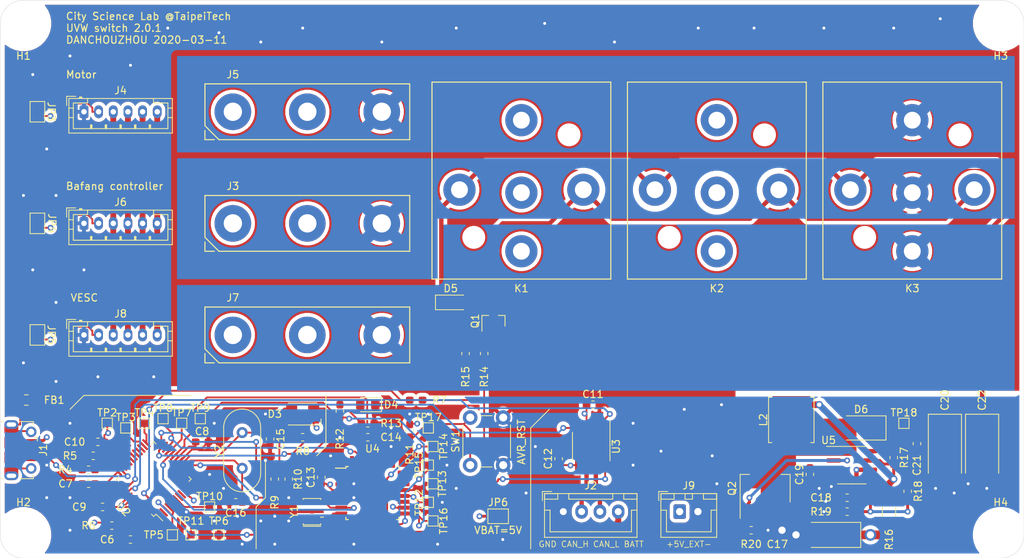
<source format=kicad_pcb>
(kicad_pcb (version 20171130) (host pcbnew "(5.1.5)-3")
  (layers (0 F.Cu mixed hide) (1 In1.Cu power hide) (2 In2.Cu power hide) (31 B.Cu mixed) (34 B.Paste user) (35 F.Paste user) (36 B.SilkS user) (37 F.SilkS user) (38 B.Mask user) (39 F.Mask user) (44 Edge.Cuts user))
  (net 0 "")
  (net 1 +BATT)
  (net 2 GND)
  (net 3 "Net-(C6-Pad1)")
  (net 4 "Net-(C7-Pad1)")
  (net 5 "Net-(C8-Pad1)")
  (net 6 +5V)
  (net 7 "/Arduino compatible/RST")
  (net 8 M4_DTR)
  (net 9 "Net-(D3-Pad2)")
  (net 10 "Net-(D3-Pad3)")
  (net 11 "Net-(D3-Pad4)")
  (net 12 "Net-(D4-Pad2)")
  (net 13 "Net-(FB1-Pad1)")
  (net 14 "Net-(J1-Pad3)")
  (net 15 "Net-(J1-Pad4)")
  (net 16 "/Interface gateway/DEBUG_TXD")
  (net 17 "/Interface gateway/DEBUG_RXD")
  (net 18 "Net-(J2-Pad2)")
  (net 19 "Net-(J2-Pad3)")
  (net 20 "Net-(J4-Pad2)")
  (net 21 M4_TXD)
  (net 22 M4_RXD)
  (net 23 "Net-(Q1-Pad1)")
  (net 24 "Net-(R4-Pad1)")
  (net 25 "Net-(R5-Pad1)")
  (net 26 "Net-(R7-Pad2)")
  (net 27 RELAY)
  (net 28 "Net-(R8-Pad2)")
  (net 29 "Net-(R9-Pad2)")
  (net 30 "Net-(R10-Pad2)")
  (net 31 "/Interface gateway/CAN_STB")
  (net 32 "/Interface gateway/CAN_TX")
  (net 33 "/Interface gateway/CAN_RX")
  (net 34 "Net-(U4-Pad8)")
  (net 35 "Net-(J4-Pad3)")
  (net 36 "Net-(J6-Pad2)")
  (net 37 "Net-(J8-Pad2)")
  (net 38 "Net-(J1-Pad2)")
  (net 39 "Net-(J4-Pad4)")
  (net 40 "Net-(J4-Pad5)")
  (net 41 "Net-(J4-Pad6)")
  (net 42 "Net-(R12-Pad2)")
  (net 43 "Net-(TP3-Pad1)")
  (net 44 "Net-(TP4-Pad1)")
  (net 45 "Net-(TP14-Pad1)")
  (net 46 "Net-(TP15-Pad1)")
  (net 47 "/Interface gateway/XTI")
  (net 48 "/Interface gateway/XTO")
  (net 49 /Relays/RYOC)
  (net 50 /Relays/RYWB)
  (net 51 /Relays/RYVB)
  (net 52 /Relays/RYUB)
  (net 53 /Relays/RYUC)
  (net 54 /Relays/RYVC)
  (net 55 /Relays/RYWC)
  (net 56 /Relays/RYUA)
  (net 57 /Relays/RYVA)
  (net 58 /Relays/RYWA)
  (net 59 M4_CKO)
  (net 60 "Net-(C19-Pad2)")
  (net 61 +24V)
  (net 62 "Net-(D6-Pad2)")
  (net 63 "Net-(L2-Pad1)")
  (net 64 "Net-(R17-Pad1)")
  (net 65 "Net-(R18-Pad2)")
  (net 66 "Net-(Q2-Pad1)")
  (module MyFootprint:TE_Relay_VCF4-1000_PCB_Socket (layer F.Cu) (at 71.12 34.29 90)
    (fp_text reference K1 (at -5.08 0) (layer F.SilkS))
    (fp_text value 1432870-1)
    (pad "" np_thru_hole circle (at 1.9 -6.5 90) (size 2.1 2.1) (drill 2.1) (layers *.Cu *.Mask))
    (pad "" np_thru_hole circle (at 15.9 6.5 90) (size 2.1 2.1) (drill 2.1) (layers *.Cu *.Mask))
    (pad 2 thru_hole circle (at 8.4 8.45 90) (size 4.4 4.4) (drill 2.3) (layers *.Cu *.Mask) (net 49 /Relays/RYOC))
    (pad 5 thru_hole circle (at 8.4 -8.45 90) (size 4.4 4.4) (drill 2.3) (layers *.Cu *.Mask) (net 61 +24V))
    (pad 1 thru_hole circle (at 17.9 0 90) (size 4.4 4.4) (drill 2.3) (layers *.Cu *.Mask) (net 53 /Relays/RYUC))
    (pad 4 thru_hole circle (at 8 0 90) (size 4.4 4.4) (drill 2.3) (layers *.Cu *.Mask) (net 52 /Relays/RYUB))
    (pad 3 thru_hole circle (at 0 0 90) (size 4.4 4.4) (drill 2.3) (layers *.Cu *.Mask) (net 56 /Relays/RYUA))
  )
  (module MyFootprint:TE_Relay_VCF4-1000_PCB_Socket (layer F.Cu) (at 97.79 34.29 90)
    (fp_text reference K2 (at -5.08 0) (layer F.SilkS))
    (fp_text value 1432870-1)
    (pad "" np_thru_hole circle (at 1.9 -6.5 90) (size 2.1 2.1) (drill 2.1) (layers *.Cu *.Mask))
    (pad "" np_thru_hole circle (at 15.9 6.5 90) (size 2.1 2.1) (drill 2.1) (layers *.Cu *.Mask))
    (pad 2 thru_hole circle (at 8.4 8.45 90) (size 4.4 4.4) (drill 2.3) (layers *.Cu *.Mask) (net 49 /Relays/RYOC))
    (pad 5 thru_hole circle (at 8.4 -8.45 90) (size 4.4 4.4) (drill 2.3) (layers *.Cu *.Mask) (net 61 +24V))
    (pad 1 thru_hole circle (at 17.9 0 90) (size 4.4 4.4) (drill 2.3) (layers *.Cu *.Mask) (net 54 /Relays/RYVC))
    (pad 4 thru_hole circle (at 8 0 90) (size 4.4 4.4) (drill 2.3) (layers *.Cu *.Mask) (net 51 /Relays/RYVB))
    (pad 3 thru_hole circle (at 0 0 90) (size 4.4 4.4) (drill 2.3) (layers *.Cu *.Mask) (net 57 /Relays/RYVA))
  )
  (module MyFootprint:TE_Relay_VCF4-1000_PCB_Socket (layer F.Cu) (at 124.46 34.29 90)
    (fp_text reference K3 (at -5.08 0) (layer F.SilkS))
    (fp_text value 1432870-1)
    (pad "" np_thru_hole circle (at 1.9 -6.5 90) (size 2.1 2.1) (drill 2.1) (layers *.Cu *.Mask))
    (pad "" np_thru_hole circle (at 15.9 6.5 90) (size 2.1 2.1) (drill 2.1) (layers *.Cu *.Mask))
    (pad 2 thru_hole circle (at 8.4 8.45 90) (size 4.4 4.4) (drill 2.3) (layers *.Cu *.Mask) (net 49 /Relays/RYOC))
    (pad 5 thru_hole circle (at 8.4 -8.45 90) (size 4.4 4.4) (drill 2.3) (layers *.Cu *.Mask) (net 61 +24V))
    (pad 1 thru_hole circle (at 17.9 0 90) (size 4.4 4.4) (drill 2.3) (layers *.Cu *.Mask) (net 55 /Relays/RYWC))
    (pad 4 thru_hole circle (at 8 0 90) (size 4.4 4.4) (drill 2.3) (layers *.Cu *.Mask) (net 50 /Relays/RYWB))
    (pad 3 thru_hole circle (at 0 0 90) (size 4.4 4.4) (drill 2.3) (layers *.Cu *.Mask) (net 58 /Relays/RYWA))
  )
  (module Capacitor_SMD:C_0603_1608Metric_Pad1.05x0.95mm_HandSolder (layer F.Cu) (at 13.97 69.215 180)
    (fp_text reference C9 (at 3.175 0) (layer F.SilkS))
    (fp_text value 100nF)
    (pad 2 smd roundrect (at 0.875 0 180) (size 1.05 0.95) (layers F.Cu F.Paste F.Mask) (net 2 GND))
    (pad 1 smd roundrect (at -0.875 0 180) (size 1.05 0.95) (layers F.Cu F.Paste F.Mask) (net 6 +5V))
  )
  (module Capacitor_SMD:C_0603_1608Metric_Pad1.05x0.95mm_HandSolder (layer F.Cu) (at 13.335 60.325 180)
    (fp_text reference C10 (at 3.175 0) (layer F.SilkS))
    (fp_text value 100nF)
    (pad 2 smd roundrect (at 0.875 0 180) (size 1.05 0.95) (layers F.Cu F.Paste F.Mask) (net 2 GND))
    (pad 1 smd roundrect (at -0.875 0 180) (size 1.05 0.95) (layers F.Cu F.Paste F.Mask) (net 6 +5V))
  )
  (module Capacitor_SMD:C_0603_1608Metric_Pad1.05x0.95mm_HandSolder (layer F.Cu) (at 80.885 55.245)
    (fp_text reference C11 (at 0 -1.43) (layer F.SilkS))
    (fp_text value 100nF)
    (pad 1 smd roundrect (at -0.875 0) (size 1.05 0.95) (layers F.Cu F.Paste F.Mask) (net 6 +5V))
    (pad 2 smd roundrect (at 0.875 0) (size 1.05 0.95) (layers F.Cu F.Paste F.Mask) (net 2 GND))
  )
  (module Capacitor_SMD:C_0603_1608Metric_Pad1.05x0.95mm_HandSolder (layer F.Cu) (at 76.2 62.625 90)
    (fp_text reference C12 (at 0 -1.43 90) (layer F.SilkS))
    (fp_text value 100nF)
    (pad 2 smd roundrect (at 0.875 0 90) (size 1.05 0.95) (layers F.Cu F.Paste F.Mask) (net 2 GND))
    (pad 1 smd roundrect (at -0.875 0 90) (size 1.05 0.95) (layers F.Cu F.Paste F.Mask) (net 6 +5V))
  )
  (module Capacitor_SMD:C_0603_1608Metric_Pad1.05x0.95mm_HandSolder (layer F.Cu) (at 43.815 65.165 90)
    (fp_text reference C13 (at 0 -1.43 90) (layer F.SilkS))
    (fp_text value 100nF)
    (pad 1 smd roundrect (at -0.875 0 90) (size 1.05 0.95) (layers F.Cu F.Paste F.Mask) (net 6 +5V))
    (pad 2 smd roundrect (at 0.875 0 90) (size 1.05 0.95) (layers F.Cu F.Paste F.Mask) (net 2 GND))
  )
  (module Capacitor_SMD:C_0603_1608Metric_Pad1.05x0.95mm_HandSolder (layer F.Cu) (at 50.165 59.69)
    (fp_text reference C14 (at 3.175 0) (layer F.SilkS))
    (fp_text value 100nF)
    (pad 2 smd roundrect (at 0.875 0) (size 1.05 0.95) (layers F.Cu F.Paste F.Mask) (net 7 "/Arduino compatible/RST"))
    (pad 1 smd roundrect (at -0.875 0) (size 1.05 0.95) (layers F.Cu F.Paste F.Mask) (net 8 M4_DTR))
  )
  (module LED_SMD:LED_Avago_PLCC4_3.2x2.8mm_CW (layer F.Cu) (at 41.275 56.515 180)
    (fp_text reference D3 (at 3.81 0) (layer F.SilkS))
    (fp_text value CLV1L-FKB)
    (pad 1 smd rect (at -1.5 -0.75 180) (size 1.5 1.1) (layers F.Cu F.Paste F.Mask) (net 6 +5V))
    (pad 2 smd rect (at 1.5 -0.75 180) (size 1.5 1.1) (layers F.Cu F.Paste F.Mask) (net 9 "Net-(D3-Pad2)"))
    (pad 3 smd rect (at 1.5 0.75 180) (size 1.5 1.1) (layers F.Cu F.Paste F.Mask) (net 10 "Net-(D3-Pad3)"))
    (pad 4 smd rect (at -1.5 0.75 180) (size 1.5 1.1) (layers F.Cu F.Paste F.Mask) (net 11 "Net-(D3-Pad4)"))
  )
  (module LED_SMD:LED_0805_2012Metric_Pad1.15x1.40mm_HandSolder (layer F.Cu) (at 50.165 55.245 180)
    (fp_text reference D4 (at -3.175 0) (layer F.SilkS))
    (fp_text value LED)
    (pad 1 smd roundrect (at -1.025 0 180) (size 1.15 1.4) (layers F.Cu F.Paste F.Mask) (roundrect_rratio 0.217391) (net 2 GND))
    (pad 2 smd roundrect (at 1.025 0 180) (size 1.15 1.4) (layers F.Cu F.Paste F.Mask) (roundrect_rratio 0.217391) (net 12 "Net-(D4-Pad2)"))
  )
  (module Diode_SMD:D_SOD-123F (layer F.Cu) (at 61.595 41.275)
    (fp_text reference D5 (at -0.127 -1.905) (layer F.SilkS))
    (fp_text value MBR130LSFT1G)
    (pad 2 smd rect (at 1.4 0) (size 1.1 1.1) (layers F.Cu F.Paste F.Mask) (net 49 /Relays/RYOC))
    (pad 1 smd rect (at -1.4 0) (size 1.1 1.1) (layers F.Cu F.Paste F.Mask) (net 61 +24V))
  )
  (module Inductor_SMD:L_0805_2012Metric_Pad1.15x1.40mm_HandSolder (layer F.Cu) (at 3.565 54.61)
    (fp_text reference FB1 (at 3.81 0) (layer F.SilkS))
    (fp_text value Ferrite_Bead)
    (pad 2 smd roundrect (at 1.025 0) (size 1.15 1.4) (layers F.Cu F.Paste F.Mask) (roundrect_rratio 0.217391) (net 2 GND))
    (pad 1 smd roundrect (at -1.025 0) (size 1.15 1.4) (layers F.Cu F.Paste F.Mask) (roundrect_rratio 0.217391) (net 13 "Net-(FB1-Pad1)"))
  )
  (module MountingHole:MountingHole_3.2mm_M3_DIN965 (layer F.Cu) (at 3.175 3.175)
    (fp_text reference H1 (at 0 4.445) (layer F.SilkS))
    (fp_text value MountingHole)
    (pad 1 np_thru_hole circle (at 0 0) (size 3.2 3.2) (drill 3.2) (layers *.Cu *.Mask))
  )
  (module MountingHole:MountingHole_3.2mm_M3_DIN965 (layer F.Cu) (at 3.175 73.025)
    (fp_text reference H2 (at 0 -4.445) (layer F.SilkS))
    (fp_text value MountingHole)
    (pad "" np_thru_hole circle (at 0 0) (size 3.2 3.2) (drill 3.2) (layers *.Cu *.Mask))
  )
  (module MountingHole:MountingHole_3.2mm_M3_DIN965 (layer F.Cu) (at 136.525 3.175)
    (fp_text reference H3 (at 0 4.445) (layer F.SilkS))
    (fp_text value MountingHole)
    (pad 1 np_thru_hole circle (at 0 0) (size 3.2 3.2) (drill 3.2) (layers *.Cu *.Mask))
  )
  (module MountingHole:MountingHole_3.2mm_M3_DIN965 (layer F.Cu) (at 136.525 73.025)
    (fp_text reference H4 (at 0 -4.445) (layer F.SilkS))
    (fp_text value MountingHole)
    (pad 1 np_thru_hole circle (at 0 0) (size 3.2 3.2) (drill 3.2) (layers *.Cu *.Mask))
  )
  (module Connector_USB:USB_Micro-B_Molex-105017-0001 (layer F.Cu) (at 2.7615 61.452 270)
    (fp_text reference J1 (at 0 -3.1125 90) (layer F.SilkS))
    (fp_text value 1050170001)
    (pad 6 smd rect (at 1 1.2375 270) (size 1.5 1.9) (layers F.Cu F.Paste F.Mask) (net 13 "Net-(FB1-Pad1)"))
    (pad 6 thru_hole circle (at -2.5 -1.4625 270) (size 1.45 1.45) (drill 0.85) (layers *.Cu *.Mask) (net 13 "Net-(FB1-Pad1)"))
    (pad 2 smd rect (at -0.65 -1.4625 270) (size 0.4 1.35) (layers F.Cu F.Paste F.Mask) (net 38 "Net-(J1-Pad2)"))
    (pad 1 smd rect (at -1.3 -1.4625 270) (size 0.4 1.35) (layers F.Cu F.Paste F.Mask) (net 6 +5V))
    (pad 5 smd rect (at 1.3 -1.4625 270) (size 0.4 1.35) (layers F.Cu F.Paste F.Mask) (net 2 GND))
    (pad 4 smd rect (at 0.65 -1.4625 270) (size 0.4 1.35) (layers F.Cu F.Paste F.Mask) (net 15 "Net-(J1-Pad4)"))
    (pad 3 smd rect (at 0 -1.4625 270) (size 0.4 1.35) (layers F.Cu F.Paste F.Mask) (net 14 "Net-(J1-Pad3)"))
    (pad 6 thru_hole circle (at 2.5 -1.4625 270) (size 1.45 1.45) (drill 0.85) (layers *.Cu *.Mask) (net 13 "Net-(FB1-Pad1)"))
    (pad 6 smd rect (at -1 1.2375 270) (size 1.5 1.9) (layers F.Cu F.Paste F.Mask) (net 13 "Net-(FB1-Pad1)"))
    (pad 6 thru_hole oval (at -3.5 1.2375 90) (size 1.2 1.9) (drill oval 0.6 1.3) (layers *.Cu *.Mask) (net 13 "Net-(FB1-Pad1)"))
    (pad 6 thru_hole oval (at 3.5 1.2375 270) (size 1.2 1.9) (drill oval 0.6 1.3) (layers *.Cu *.Mask) (net 13 "Net-(FB1-Pad1)"))
    (pad 6 smd rect (at 2.9 1.2375 270) (size 1.2 1.9) (layers F.Cu F.Mask) (net 13 "Net-(FB1-Pad1)"))
    (pad 6 smd rect (at -2.9 1.2375 270) (size 1.2 1.9) (layers F.Cu F.Mask) (net 13 "Net-(FB1-Pad1)"))
  )
  (module Connector_JST:JST_XH_B4B-XH-A_1x04_P2.50mm_Vertical (layer F.Cu) (at 76.835 69.85)
    (fp_text reference J2 (at 3.75 -3.55) (layer F.SilkS))
    (fp_text value "CAN bus")
    (pad 1 thru_hole roundrect (at 0 0) (size 1.7 1.95) (drill 0.95) (layers *.Cu *.Mask) (roundrect_rratio 0.147) (net 2 GND))
    (pad 2 thru_hole oval (at 2.5 0) (size 1.7 1.95) (drill 0.95) (layers *.Cu *.Mask) (net 18 "Net-(J2-Pad2)"))
    (pad 3 thru_hole oval (at 5 0) (size 1.7 1.95) (drill 0.95) (layers *.Cu *.Mask) (net 19 "Net-(J2-Pad3)"))
    (pad 4 thru_hole oval (at 7.5 0) (size 1.7 1.95) (drill 0.95) (layers *.Cu *.Mask) (net 1 +BATT))
  )
  (module Connector_JST:JST_PH_B6B-PH-K_1x06_P2.00mm_Vertical (layer F.Cu) (at 11.43 15.24)
    (fp_text reference J4 (at 5 -2.9) (layer F.SilkS))
    (fp_text value CTRL)
    (pad 1 thru_hole roundrect (at 0 0) (size 1.2 1.75) (drill 0.75) (layers *.Cu *.Mask) (roundrect_rratio 0.208333) (net 2 GND))
    (pad 2 thru_hole oval (at 2 0) (size 1.2 1.75) (drill 0.75) (layers *.Cu *.Mask) (net 20 "Net-(J4-Pad2)"))
    (pad 3 thru_hole oval (at 4 0) (size 1.2 1.75) (drill 0.75) (layers *.Cu *.Mask) (net 35 "Net-(J4-Pad3)"))
    (pad 4 thru_hole oval (at 6 0) (size 1.2 1.75) (drill 0.75) (layers *.Cu *.Mask) (net 39 "Net-(J4-Pad4)"))
    (pad 5 thru_hole oval (at 8 0) (size 1.2 1.75) (drill 0.75) (layers *.Cu *.Mask) (net 40 "Net-(J4-Pad5)"))
    (pad 6 thru_hole oval (at 10 0) (size 1.2 1.75) (drill 0.75) (layers *.Cu *.Mask) (net 41 "Net-(J4-Pad6)"))
  )
  (module Connector_JST:JST_PH_B6B-PH-K_1x06_P2.00mm_Vertical (layer F.Cu) (at 11.43 30.48)
    (fp_text reference J6 (at 5 -2.9) (layer F.SilkS))
    (fp_text value MOTOR)
    (pad 6 thru_hole oval (at 10 0) (size 1.2 1.75) (drill 0.75) (layers *.Cu *.Mask) (net 41 "Net-(J4-Pad6)"))
    (pad 5 thru_hole oval (at 8 0) (size 1.2 1.75) (drill 0.75) (layers *.Cu *.Mask) (net 40 "Net-(J4-Pad5)"))
    (pad 4 thru_hole oval (at 6 0) (size 1.2 1.75) (drill 0.75) (layers *.Cu *.Mask) (net 39 "Net-(J4-Pad4)"))
    (pad 3 thru_hole oval (at 4 0) (size 1.2 1.75) (drill 0.75) (layers *.Cu *.Mask) (net 35 "Net-(J4-Pad3)"))
    (pad 2 thru_hole oval (at 2 0) (size 1.2 1.75) (drill 0.75) (layers *.Cu *.Mask) (net 36 "Net-(J6-Pad2)"))
    (pad 1 thru_hole roundrect (at 0 0) (size 1.2 1.75) (drill 0.75) (layers *.Cu *.Mask) (roundrect_rratio 0.208333) (net 2 GND))
  )
  (module Connector_JST:JST_PH_B6B-PH-K_1x06_P2.00mm_Vertical (layer F.Cu) (at 11.43 45.72)
    (fp_text reference J8 (at 5 -2.9) (layer F.SilkS))
    (fp_text value VESC)
    (pad 1 thru_hole roundrect (at 0 0) (size 1.2 1.75) (drill 0.75) (layers *.Cu *.Mask) (roundrect_rratio 0.208333) (net 2 GND))
    (pad 2 thru_hole oval (at 2 0) (size 1.2 1.75) (drill 0.75) (layers *.Cu *.Mask) (net 37 "Net-(J8-Pad2)"))
    (pad 3 thru_hole oval (at 4 0) (size 1.2 1.75) (drill 0.75) (layers *.Cu *.Mask) (net 35 "Net-(J4-Pad3)"))
    (pad 4 thru_hole oval (at 6 0) (size 1.2 1.75) (drill 0.75) (layers *.Cu *.Mask) (net 39 "Net-(J4-Pad4)"))
    (pad 5 thru_hole oval (at 8 0) (size 1.2 1.75) (drill 0.75) (layers *.Cu *.Mask) (net 40 "Net-(J4-Pad5)"))
    (pad 6 thru_hole oval (at 10 0) (size 1.2 1.75) (drill 0.75) (layers *.Cu *.Mask) (net 41 "Net-(J4-Pad6)"))
  )
  (module Jumper:SolderJumper-2_P1.3mm_Open_TrianglePad1.0x1.5mm (layer F.Cu) (at 5.08 15.24 90)
    (fp_text reference JP3 (at 0 1.905 270 unlocked) (layer F.SilkS))
    (fp_text value " ")
    (pad 2 smd custom (at 0.725 0 90) (size 0.3 0.3) (layers F.Cu F.Mask) (net 20 "Net-(J4-Pad2)") (options (clearance outline) (anchor rect)) (primitives (gr_poly (pts (xy -0.65 -0.75) (xy 0.5 -0.75) (xy 0.5 0.75) (xy -0.65 0.75) (xy -0.15 0)) (width 0))))
    (pad 1 smd custom (at -0.725 0 90) (size 0.3 0.3) (layers F.Cu F.Mask) (net 6 +5V) (options (clearance outline) (anchor rect)) (primitives (gr_poly (pts (xy -0.5 -0.75) (xy 0.5 -0.75) (xy 1 0) (xy 0.5 0.75) (xy -0.5 0.75)) (width 0))))
  )
  (module Jumper:SolderJumper-2_P1.3mm_Open_TrianglePad1.0x1.5mm (layer F.Cu) (at 5.08 30.48 90)
    (fp_text reference JP4 (at 0 1.995 270 unlocked) (layer F.SilkS))
    (fp_text value " ")
    (pad 1 smd custom (at -0.725 0 90) (size 0.3 0.3) (layers F.Cu F.Mask) (net 6 +5V) (options (clearance outline) (anchor rect)) (primitives (gr_poly (pts (xy -0.5 -0.75) (xy 0.5 -0.75) (xy 1 0) (xy 0.5 0.75) (xy -0.5 0.75)) (width 0))))
    (pad 2 smd custom (at 0.725 0 90) (size 0.3 0.3) (layers F.Cu F.Mask) (net 36 "Net-(J6-Pad2)") (options (clearance outline) (anchor rect)) (primitives (gr_poly (pts (xy -0.65 -0.75) (xy 0.5 -0.75) (xy 0.5 0.75) (xy -0.65 0.75) (xy -0.15 0)) (width 0))))
  )
  (module Jumper:SolderJumper-2_P1.3mm_Open_TrianglePad1.0x1.5mm (layer F.Cu) (at 5.08 45.72 90)
    (fp_text reference JP5 (at 0 1.905 270 unlocked) (layer F.SilkS))
    (fp_text value " ")
    (pad 2 smd custom (at 0.725 0 90) (size 0.3 0.3) (layers F.Cu F.Mask) (net 37 "Net-(J8-Pad2)") (options (clearance outline) (anchor rect)) (primitives (gr_poly (pts (xy -0.65 -0.75) (xy 0.5 -0.75) (xy 0.5 0.75) (xy -0.65 0.75) (xy -0.15 0)) (width 0))))
    (pad 1 smd custom (at -0.725 0 90) (size 0.3 0.3) (layers F.Cu F.Mask) (net 6 +5V) (options (clearance outline) (anchor rect)) (primitives (gr_poly (pts (xy -0.5 -0.75) (xy 0.5 -0.75) (xy 1 0) (xy 0.5 0.75) (xy -0.5 0.75)) (width 0))))
  )
  (module Package_TO_SOT_SMD:SOT-23 (layer F.Cu) (at 67.31 43.815 90)
    (fp_text reference Q1 (at 0 -2.5 90) (layer F.SilkS))
    (fp_text value MMBT2222A)
    (pad 1 smd rect (at -1 -0.95 90) (size 0.9 0.8) (layers F.Cu F.Paste F.Mask) (net 23 "Net-(Q1-Pad1)"))
    (pad 2 smd rect (at -1 0.95 90) (size 0.9 0.8) (layers F.Cu F.Paste F.Mask) (net 2 GND))
    (pad 3 smd rect (at 1 0 90) (size 0.9 0.8) (layers F.Cu F.Paste F.Mask) (net 49 /Relays/RYOC))
  )
  (module Resistor_SMD:R_0603_1608Metric_Pad1.05x0.95mm_HandSolder (layer F.Cu) (at 12.065 64.135 180)
    (fp_text reference R4 (at 3.175 0) (layer F.SilkS))
    (fp_text value 33R)
    (pad 1 smd roundrect (at -0.875 0 180) (size 1.05 0.95) (layers F.Cu F.Paste F.Mask) (net 24 "Net-(R4-Pad1)"))
    (pad 2 smd roundrect (at 0.875 0 180) (size 1.05 0.95) (layers F.Cu F.Paste F.Mask) (net 14 "Net-(J1-Pad3)"))
  )
  (module Resistor_SMD:R_0603_1608Metric_Pad1.05x0.95mm_HandSolder (layer F.Cu) (at 12.7 62.23 180)
    (fp_text reference R5 (at 3.175 0) (layer F.SilkS))
    (fp_text value 33R)
    (pad 1 smd roundrect (at -0.875 0 180) (size 1.05 0.95) (layers F.Cu F.Paste F.Mask) (net 25 "Net-(R5-Pad1)"))
    (pad 2 smd roundrect (at 0.875 0 180) (size 1.05 0.95) (layers F.Cu F.Paste F.Mask) (net 38 "Net-(J1-Pad2)"))
  )
  (module Resistor_SMD:R_0603_1608Metric_Pad1.05x0.95mm_HandSolder (layer F.Cu) (at 15.24 71.755)
    (fp_text reference R6 (at -3.175 0) (layer F.SilkS))
    (fp_text value 10K)
    (pad 1 smd roundrect (at -0.875 0) (size 1.05 0.95) (layers F.Cu F.Paste F.Mask) (net 6 +5V))
    (pad 2 smd roundrect (at 0.875 0) (size 1.05 0.95) (layers F.Cu F.Paste F.Mask) (net 3 "Net-(C6-Pad1)"))
  )
  (module Resistor_SMD:R_0603_1608Metric_Pad1.05x0.95mm_HandSolder (layer F.Cu) (at 56.755 54.61 180)
    (fp_text reference R7 (at -3.175 0) (layer F.SilkS))
    (fp_text value 1K)
    (pad 1 smd roundrect (at -0.875 0 180) (size 1.05 0.95) (layers F.Cu F.Paste F.Mask) (net 27 RELAY))
    (pad 2 smd roundrect (at 0.875 0 180) (size 1.05 0.95) (layers F.Cu F.Paste F.Mask) (net 26 "Net-(R7-Pad2)"))
  )
  (module Resistor_SMD:R_0603_1608Metric_Pad1.05x0.95mm_HandSolder (layer F.Cu) (at 41.275 59.69)
    (fp_text reference R8 (at 0 1.905) (layer F.SilkS))
    (fp_text value 300R)
    (pad 2 smd roundrect (at 0.875 0) (size 1.05 0.95) (layers F.Cu F.Paste F.Mask) (net 28 "Net-(R8-Pad2)"))
    (pad 1 smd roundrect (at -0.875 0) (size 1.05 0.95) (layers F.Cu F.Paste F.Mask) (net 9 "Net-(D3-Pad2)"))
  )
  (module Resistor_SMD:R_0603_1608Metric_Pad1.05x0.95mm_HandSolder (layer F.Cu) (at 37.465 65.405 270)
    (fp_text reference R9 (at 3.175 0 90) (layer F.SilkS))
    (fp_text value 240R)
    (pad 1 smd roundrect (at -0.875 0 270) (size 1.05 0.95) (layers F.Cu F.Paste F.Mask) (net 10 "Net-(D3-Pad3)"))
    (pad 2 smd roundrect (at 0.875 0 270) (size 1.05 0.95) (layers F.Cu F.Paste F.Mask) (net 29 "Net-(R9-Pad2)"))
  )
  (module Resistor_SMD:R_0603_1608Metric_Pad1.05x0.95mm_HandSolder (layer F.Cu) (at 39.37 65.405 270)
    (fp_text reference R10 (at 0 -1.27 90) (layer F.SilkS))
    (fp_text value 240R)
    (pad 2 smd roundrect (at 0.875 0 270) (size 1.05 0.95) (layers F.Cu F.Paste F.Mask) (net 30 "Net-(R10-Pad2)"))
    (pad 1 smd roundrect (at -0.875 0 270) (size 1.05 0.95) (layers F.Cu F.Paste F.Mask) (net 11 "Net-(D3-Pad4)"))
  )
  (module Resistor_SMD:R_0603_1608Metric_Pad1.05x0.95mm_HandSolder (layer F.Cu) (at 55.88 58.815 90)
    (fp_text reference R11 (at -3.175 0 90) (layer F.SilkS))
    (fp_text value 10K)
    (pad 2 smd roundrect (at 0.875 0 90) (size 1.05 0.95) (layers F.Cu F.Paste F.Mask) (net 6 +5V))
    (pad 1 smd roundrect (at -0.875 0 90) (size 1.05 0.95) (layers F.Cu F.Paste F.Mask) (net 7 "/Arduino compatible/RST"))
  )
  (module Resistor_SMD:R_0603_1608Metric_Pad1.05x0.95mm_HandSolder (layer F.Cu) (at 46.355 56.12 270)
    (fp_text reference R12 (at 3.81 0 90) (layer F.SilkS))
    (fp_text value 1K)
    (pad 2 smd roundrect (at 0.875 0 270) (size 1.05 0.95) (layers F.Cu F.Paste F.Mask) (net 42 "Net-(R12-Pad2)"))
    (pad 1 smd roundrect (at -0.875 0 270) (size 1.05 0.95) (layers F.Cu F.Paste F.Mask) (net 12 "Net-(D4-Pad2)"))
  )
  (module Resistor_SMD:R_0603_1608Metric_Pad1.05x0.95mm_HandSolder (layer F.Cu) (at 50.165 57.785 180)
    (fp_text reference R13 (at -3.175 0) (layer F.SilkS))
    (fp_text value 1K)
    (pad 1 smd roundrect (at -0.875 0 180) (size 1.05 0.95) (layers F.Cu F.Paste F.Mask) (net 2 GND))
    (pad 2 smd roundrect (at 0.875 0 180) (size 1.05 0.95) (layers F.Cu F.Paste F.Mask) (net 8 M4_DTR))
  )
  (module Resistor_SMD:R_0603_1608Metric_Pad1.05x0.95mm_HandSolder (layer F.Cu) (at 66.04 48.26 270)
    (fp_text reference R14 (at 3.175 0 90) (layer F.SilkS))
    (fp_text value 1K)
    (pad 2 smd roundrect (at 0.875 0 270) (size 1.05 0.95) (layers F.Cu F.Paste F.Mask) (net 27 RELAY))
    (pad 1 smd roundrect (at -0.875 0 270) (size 1.05 0.95) (layers F.Cu F.Paste F.Mask) (net 23 "Net-(Q1-Pad1)"))
  )
  (module Resistor_SMD:R_0603_1608Metric_Pad1.05x0.95mm_HandSolder (layer F.Cu) (at 63.5 48.26 270)
    (fp_text reference R15 (at 3.175 0 90) (layer F.SilkS))
    (fp_text value 1K)
    (pad 1 smd roundrect (at -0.875 0 270) (size 1.05 0.95) (layers F.Cu F.Paste F.Mask) (net 23 "Net-(Q1-Pad1)"))
    (pad 2 smd roundrect (at 0.875 0 270) (size 1.05 0.95) (layers F.Cu F.Paste F.Mask) (net 2 GND))
  )
  (module Button_Switch_THT:SW_PUSH_6mm_H4.3mm (layer F.Cu) (at 64.135 63.5 90)
    (fp_text reference SW1 (at 3.25 -2 90) (layer F.SilkS))
    (fp_text value AVRRST)
    (pad 2 thru_hole circle (at 0 4.5 180) (size 2 2) (drill 1.1) (layers *.Cu *.Mask) (net 2 GND))
    (pad 1 thru_hole circle (at 0 0 180) (size 2 2) (drill 1.1) (layers *.Cu *.Mask) (net 7 "/Arduino compatible/RST"))
    (pad 2 thru_hole circle (at 6.5 4.5 180) (size 2 2) (drill 1.1) (layers *.Cu *.Mask) (net 2 GND))
    (pad 1 thru_hole circle (at 6.5 0 180) (size 2 2) (drill 1.1) (layers *.Cu *.Mask) (net 7 "/Arduino compatible/RST"))
  )
  (module TestPoint:TestPoint_Pad_1.0x1.0mm (layer F.Cu) (at 14.605 57.785)
    (fp_text reference TP2 (at 0 -1.448) (layer F.SilkS))
    (fp_text value 5V)
    (pad 1 smd rect (at 0 0) (size 1 1) (layers F.Cu F.Mask) (net 6 +5V))
  )
  (module TestPoint:TestPoint_Pad_1.0x1.0mm (layer F.Cu) (at 17.145 58.42)
    (fp_text reference TP3 (at 0 -1.448) (layer F.SilkS))
    (fp_text value DAT)
    (pad 1 smd rect (at 0 0) (size 1 1) (layers F.Cu F.Mask) (net 43 "Net-(TP3-Pad1)"))
  )
  (module TestPoint:TestPoint_Pad_1.0x1.0mm (layer F.Cu) (at 19.685 57.785)
    (fp_text reference TP4 (at 0 -1.448) (layer F.SilkS))
    (fp_text value CLK)
    (pad 1 smd rect (at 0 0) (size 1 1) (layers F.Cu F.Mask) (net 44 "Net-(TP4-Pad1)"))
  )
  (module TestPoint:TestPoint_Pad_1.0x1.0mm (layer F.Cu) (at 23.495 73.025)
    (fp_text reference TP5 (at -2.54 0) (layer F.SilkS))
    (fp_text value RST)
    (pad 1 smd rect (at 0 0) (size 1 1) (layers F.Cu F.Mask) (net 3 "Net-(C6-Pad1)"))
  )
  (module TestPoint:TestPoint_Pad_1.0x1.0mm (layer F.Cu) (at 29.845 73.025)
    (fp_text reference TP6 (at 0 -1.905) (layer F.SilkS))
    (fp_text value GND)
    (pad 1 smd rect (at 0 0) (size 1 1) (layers F.Cu F.Mask) (net 2 GND))
  )
  (module TestPoint:TestPoint_Pad_1.0x1.0mm (layer F.Cu) (at 24.765 57.785)
    (fp_text reference TP7 (at 0 -1.448) (layer F.SilkS))
    (fp_text value M4_TXD)
    (pad 1 smd rect (at 0 0) (size 1 1) (layers F.Cu F.Mask) (net 21 M4_TXD))
  )
  (module TestPoint:TestPoint_Pad_1.0x1.0mm (layer F.Cu) (at 22.225 57.15)
    (fp_text reference TP8 (at 0 -1.448) (layer F.SilkS))
    (fp_text value M4_RXD)
    (pad 1 smd rect (at 0 0) (size 1 1) (layers F.Cu F.Mask) (net 22 M4_RXD))
  )
  (module TestPoint:TestPoint_Pad_1.0x1.0mm (layer F.Cu) (at 27.305 57.15)
    (fp_text reference TP9 (at 0 -1.448) (layer F.SilkS))
    (fp_text value M4_DTR)
    (pad 1 smd rect (at 0 0) (size 1 1) (layers F.Cu F.Mask) (net 8 M4_DTR))
  )
  (module TestPoint:TestPoint_Pad_1.0x1.0mm (layer F.Cu) (at 28.575 69.215)
    (fp_text reference TP10 (at 0 -1.448) (layer F.SilkS))
    (fp_text value DEBUG_TXD)
    (pad 1 smd rect (at 0 0) (size 1 1) (layers F.Cu F.Mask) (net 16 "/Interface gateway/DEBUG_TXD"))
  )
  (module TestPoint:TestPoint_Pad_1.0x1.0mm (layer F.Cu) (at 26.035 73.025)
    (fp_text reference TP11 (at 0 -1.905) (layer F.SilkS))
    (fp_text value DEBUG_RXD)
    (pad 1 smd rect (at 0 0) (size 1 1) (layers F.Cu F.Mask) (net 17 "/Interface gateway/DEBUG_RXD"))
  )
  (module TestPoint:TestPoint_Pad_1.0x1.0mm (layer F.Cu) (at 58.42 68.58 270)
    (fp_text reference TP12 (at 0 1.27 90) (layer F.SilkS))
    (fp_text value 5V)
    (pad 1 smd rect (at 0 0 270) (size 1 1) (layers F.Cu F.Mask) (net 6 +5V))
  )
  (module TestPoint:TestPoint_Pad_1.0x1.0mm (layer F.Cu) (at 59.055 66.04 270)
    (fp_text reference TP13 (at 0 -1.27 90) (layer F.SilkS))
    (fp_text value GND)
    (pad 1 smd rect (at 0 0 270) (size 1 1) (layers F.Cu F.Mask) (net 2 GND))
  )
  (module TestPoint:TestPoint_Pad_1.0x1.0mm (layer F.Cu) (at 59.055 60.96 270)
    (fp_text reference TP14 (at 0 -1.448 90) (layer F.SilkS))
    (fp_text value MOSI)
    (pad 1 smd rect (at 0 0 270) (size 1 1) (layers F.Cu F.Mask) (net 45 "Net-(TP14-Pad1)"))
  )
  (module TestPoint:TestPoint_Pad_1.0x1.0mm (layer F.Cu) (at 58.42 63.5 270)
    (fp_text reference TP15 (at 0 1.27 90) (layer F.SilkS))
    (fp_text value MISO)
    (pad 1 smd rect (at 0 0 270) (size 1 1) (layers F.Cu F.Mask) (net 46 "Net-(TP15-Pad1)"))
  )
  (module TestPoint:TestPoint_Pad_1.0x1.0mm (layer F.Cu) (at 59.055 71.12 270)
    (fp_text reference TP16 (at 0 -1.448 90) (layer F.SilkS))
    (fp_text value SCK)
    (pad 1 smd rect (at 0 0 270) (size 1 1) (layers F.Cu F.Mask) (net 42 "Net-(R12-Pad2)"))
  )
  (module TestPoint:TestPoint_Pad_1.0x1.0mm (layer F.Cu) (at 58.42 58.42)
    (fp_text reference TP17 (at 0 -1.448) (layer F.SilkS))
    (fp_text value RST)
    (pad 1 smd rect (at 0 0) (size 1 1) (layers F.Cu F.Mask) (net 7 "/Arduino compatible/RST"))
  )
  (module Package_QFP:LQFP-48_7x7mm_P0.5mm (layer F.Cu) (at 20.955 65.405 135)
    (fp_text reference U2 (at 0 -5.85 135) (layer F.SilkS))
    (fp_text value M453_LQFP48)
    (pad 1 smd roundrect (at -4.1625 -2.75 135) (size 1.475 0.3) (layers F.Cu F.Paste F.Mask))
    (pad 2 smd roundrect (at -4.1625 -2.25 135) (size 1.475 0.3) (layers F.Cu F.Paste F.Mask))
    (pad 3 smd roundrect (at -4.1625 -1.75 135) (size 1.475 0.3) (layers F.Cu F.Paste F.Mask) (net 31 "/Interface gateway/CAN_STB"))
    (pad 4 smd roundrect (at -4.1625 -1.25 135) (size 1.475 0.3) (layers F.Cu F.Paste F.Mask) (net 3 "Net-(C6-Pad1)"))
    (pad 5 smd roundrect (at -4.1625 -0.75 135) (size 1.475 0.3) (layers F.Cu F.Paste F.Mask) (net 17 "/Interface gateway/DEBUG_RXD"))
    (pad 6 smd roundrect (at -4.1625 -0.25 135) (size 1.475 0.3) (layers F.Cu F.Paste F.Mask) (net 2 GND))
    (pad 7 smd roundrect (at -4.1625 0.25 135) (size 1.475 0.3) (layers F.Cu F.Paste F.Mask) (net 16 "/Interface gateway/DEBUG_TXD"))
    (pad 8 smd roundrect (at -4.1625 0.75 135) (size 1.475 0.3) (layers F.Cu F.Paste F.Mask))
    (pad 9 smd roundrect (at -4.1625 1.25 135) (size 1.475 0.3) (layers F.Cu F.Paste F.Mask))
    (pad 10 smd roundrect (at -4.1625 1.75 135) (size 1.475 0.3) (layers F.Cu F.Paste F.Mask) (net 6 +5V))
    (pad 11 smd roundrect (at -4.1625 2.25 135) (size 1.475 0.3) (layers F.Cu F.Paste F.Mask))
    (pad 12 smd roundrect (at -4.1625 2.75 135) (size 1.475 0.3) (layers F.Cu F.Paste F.Mask))
    (pad 13 smd roundrect (at -2.75 4.1625 135) (size 0.3 1.475) (layers F.Cu F.Paste F.Mask))
    (pad 14 smd roundrect (at -2.25 4.1625 135) (size 0.3 1.475) (layers F.Cu F.Paste F.Mask) (net 29 "Net-(R9-Pad2)"))
    (pad 15 smd roundrect (at -1.75 4.1625 135) (size 0.3 1.475) (layers F.Cu F.Paste F.Mask) (net 48 "/Interface gateway/XTO"))
    (pad 16 smd roundrect (at -1.25 4.1625 135) (size 0.3 1.475) (layers F.Cu F.Paste F.Mask) (net 47 "/Interface gateway/XTI"))
    (pad 17 smd roundrect (at -0.75 4.1625 135) (size 0.3 1.475) (layers F.Cu F.Paste F.Mask) (net 2 GND))
    (pad 18 smd roundrect (at -0.25 4.1625 135) (size 0.3 1.475) (layers F.Cu F.Paste F.Mask) (net 5 "Net-(C8-Pad1)"))
    (pad 19 smd roundrect (at 0.25 4.1625 135) (size 0.3 1.475) (layers F.Cu F.Paste F.Mask) (net 8 M4_DTR))
    (pad 20 smd roundrect (at 0.75 4.1625 135) (size 0.3 1.475) (layers F.Cu F.Paste F.Mask) (net 59 M4_CKO))
    (pad 21 smd roundrect (at 1.25 4.1625 135) (size 0.3 1.475) (layers F.Cu F.Paste F.Mask) (net 21 M4_TXD))
    (pad 22 smd roundrect (at 1.75 4.1625 135) (size 0.3 1.475) (layers F.Cu F.Paste F.Mask) (net 22 M4_RXD))
    (pad 23 smd roundrect (at 2.25 4.1625 135) (size 0.3 1.475) (layers F.Cu F.Paste F.Mask) (net 28 "Net-(R8-Pad2)"))
    (pad 24 smd roundrect (at 2.75 4.1625 135) (size 0.3 1.475) (layers F.Cu F.Paste F.Mask) (net 30 "Net-(R10-Pad2)"))
    (pad 25 smd roundrect (at 4.1625 2.75 135) (size 1.475 0.3) (layers F.Cu F.Paste F.Mask) (net 44 "Net-(TP4-Pad1)"))
    (pad 26 smd roundrect (at 4.1625 2.25 135) (size 1.475 0.3) (layers F.Cu F.Paste F.Mask) (net 43 "Net-(TP3-Pad1)"))
    (pad 27 smd roundrect (at 4.1625 1.75 135) (size 1.475 0.3) (layers F.Cu F.Paste F.Mask))
    (pad 28 smd roundrect (at 4.1625 1.25 135) (size 1.475 0.3) (layers F.Cu F.Paste F.Mask))
    (pad 29 smd roundrect (at 4.1625 0.75 135) (size 1.475 0.3) (layers F.Cu F.Paste F.Mask))
    (pad 30 smd roundrect (at 4.1625 0.25 135) (size 1.475 0.3) (layers F.Cu F.Paste F.Mask))
    (pad 31 smd roundrect (at 4.1625 -0.25 135) (size 1.475 0.3) (layers F.Cu F.Paste F.Mask) (net 6 +5V))
    (pad 32 smd roundrect (at 4.1625 -0.75 135) (size 1.475 0.3) (layers F.Cu F.Paste F.Mask) (net 6 +5V))
    (pad 33 smd roundrect (at 4.1625 -1.25 135) (size 1.475 0.3) (layers F.Cu F.Paste F.Mask) (net 25 "Net-(R5-Pad1)"))
    (pad 34 smd roundrect (at 4.1625 -1.75 135) (size 1.475 0.3) (layers F.Cu F.Paste F.Mask) (net 24 "Net-(R4-Pad1)"))
    (pad 35 smd roundrect (at 4.1625 -2.25 135) (size 1.475 0.3) (layers F.Cu F.Paste F.Mask) (net 15 "Net-(J1-Pad4)"))
    (pad 36 smd roundrect (at 4.1625 -2.75 135) (size 1.475 0.3) (layers F.Cu F.Paste F.Mask) (net 4 "Net-(C7-Pad1)"))
    (pad 37 smd roundrect (at 2.75 -4.1625 135) (size 0.3 1.475) (layers F.Cu F.Paste F.Mask))
    (pad 38 smd roundrect (at 2.25 -4.1625 135) (size 0.3 1.475) (layers F.Cu F.Paste F.Mask))
    (pad 39 smd roundrect (at 1.75 -4.1625 135) (size 0.3 1.475) (layers F.Cu F.Paste F.Mask) (net 32 "/Interface gateway/CAN_TX"))
    (pad 40 smd roundrect (at 1.25 -4.1625 135) (size 0.3 1.475) (layers F.Cu F.Paste F.Mask) (net 33 "/Interface gateway/CAN_RX"))
    (pad 41 smd roundrect (at 0.75 -4.1625 135) (size 0.3 1.475) (layers F.Cu F.Paste F.Mask) (net 6 +5V))
    (pad 42 smd roundrect (at 0.25 -4.1625 135) (size 0.3 1.475) (layers F.Cu F.Paste F.Mask) (net 6 +5V))
    (pad 43 smd roundrect (at -0.25 -4.1625 135) (size 0.3 1.475) (layers F.Cu F.Paste F.Mask) (net 6 +5V))
    (pad 44 smd roundrect (at -0.75 -4.1625 135) (size 0.3 1.475) (layers F.Cu F.Paste F.Mask))
    (pad 45 smd roundrect (at -1.25 -4.1625 135) (size 0.3 1.475) (layers F.Cu F.Paste F.Mask))
    (pad 46 smd roundrect (at -1.75 -4.1625 135) (size 0.3 1.475) (layers F.Cu F.Paste F.Mask))
    (pad 47 smd roundrect (at -2.25 -4.1625 135) (size 0.3 1.475) (layers F.Cu F.Paste F.Mask) (net 26 "Net-(R7-Pad2)"))
    (pad 48 smd roundrect (at -2.75 -4.1625 135) (size 0.3 1.475) (layers F.Cu F.Paste F.Mask))
  )
  (module Package_SO:SOIC-8_3.9x4.9mm_P1.27mm (layer F.Cu) (at 80.645 60.96 270)
    (fp_text reference U3 (at 0 -3.4 90) (layer F.SilkS))
    (fp_text value TCAN1042V-Q1)
    (pad 1 smd roundrect (at -2.475 -1.905 270) (size 1.95 0.6) (layers F.Cu F.Paste F.Mask) (net 32 "/Interface gateway/CAN_TX"))
    (pad 2 smd roundrect (at -2.475 -0.635 270) (size 1.95 0.6) (layers F.Cu F.Paste F.Mask) (net 2 GND))
    (pad 3 smd roundrect (at -2.475 0.635 270) (size 1.95 0.6) (layers F.Cu F.Paste F.Mask) (net 6 +5V))
    (pad 4 smd roundrect (at -2.475 1.905 270) (size 1.95 0.6) (layers F.Cu F.Paste F.Mask) (net 33 "/Interface gateway/CAN_RX"))
    (pad 5 smd roundrect (at 2.475 1.905 270) (size 1.95 0.6) (layers F.Cu F.Paste F.Mask) (net 6 +5V))
    (pad 6 smd roundrect (at 2.475 0.635 270) (size 1.95 0.6) (layers F.Cu F.Paste F.Mask) (net 18 "Net-(J2-Pad2)"))
    (pad 7 smd roundrect (at 2.475 -0.635 270) (size 1.95 0.6) (layers F.Cu F.Paste F.Mask) (net 19 "Net-(J2-Pad3)"))
    (pad 8 smd roundrect (at 2.475 -1.905 270) (size 1.95 0.6) (layers F.Cu F.Paste F.Mask) (net 31 "/Interface gateway/CAN_STB"))
  )
  (module Package_QFP:TQFP-32_7x7mm_P0.8mm (layer F.Cu) (at 50.8 67.31)
    (fp_text reference U4 (at 0 -6.05) (layer F.SilkS))
    (fp_text value ATmega328P-AU)
    (pad 1 smd rect (at -4.25 -2.8) (size 1.6 0.55) (layers F.Cu F.Paste F.Mask))
    (pad 2 smd rect (at -4.25 -2) (size 1.6 0.55) (layers F.Cu F.Paste F.Mask))
    (pad 3 smd rect (at -4.25 -1.2) (size 1.6 0.55) (layers F.Cu F.Paste F.Mask) (net 2 GND))
    (pad 4 smd rect (at -4.25 -0.4) (size 1.6 0.55) (layers F.Cu F.Paste F.Mask) (net 6 +5V))
    (pad 5 smd rect (at -4.25 0.4) (size 1.6 0.55) (layers F.Cu F.Paste F.Mask) (net 2 GND))
    (pad 6 smd rect (at -4.25 1.2) (size 1.6 0.55) (layers F.Cu F.Paste F.Mask) (net 6 +5V))
    (pad 7 smd rect (at -4.25 2) (size 1.6 0.55) (layers F.Cu F.Paste F.Mask) (net 59 M4_CKO))
    (pad 8 smd rect (at -4.25 2.8) (size 1.6 0.55) (layers F.Cu F.Paste F.Mask) (net 34 "Net-(U4-Pad8)"))
    (pad 9 smd rect (at -2.8 4.25 90) (size 1.6 0.55) (layers F.Cu F.Paste F.Mask))
    (pad 10 smd rect (at -2 4.25 90) (size 1.6 0.55) (layers F.Cu F.Paste F.Mask))
    (pad 11 smd rect (at -1.2 4.25 90) (size 1.6 0.55) (layers F.Cu F.Paste F.Mask))
    (pad 12 smd rect (at -0.4 4.25 90) (size 1.6 0.55) (layers F.Cu F.Paste F.Mask) (net 27 RELAY))
    (pad 13 smd rect (at 0.4 4.25 90) (size 1.6 0.55) (layers F.Cu F.Paste F.Mask))
    (pad 14 smd rect (at 1.2 4.25 90) (size 1.6 0.55) (layers F.Cu F.Paste F.Mask))
    (pad 15 smd rect (at 2 4.25 90) (size 1.6 0.55) (layers F.Cu F.Paste F.Mask) (net 45 "Net-(TP14-Pad1)"))
    (pad 16 smd rect (at 2.8 4.25 90) (size 1.6 0.55) (layers F.Cu F.Paste F.Mask) (net 46 "Net-(TP15-Pad1)"))
    (pad 17 smd rect (at 4.25 2.8) (size 1.6 0.55) (layers F.Cu F.Paste F.Mask) (net 42 "Net-(R12-Pad2)"))
    (pad 18 smd rect (at 4.25 2) (size 1.6 0.55) (layers F.Cu F.Paste F.Mask) (net 6 +5V))
    (pad 19 smd rect (at 4.25 1.2) (size 1.6 0.55) (layers F.Cu F.Paste F.Mask))
    (pad 20 smd rect (at 4.25 0.4) (size 1.6 0.55) (layers F.Cu F.Paste F.Mask) (net 6 +5V))
    (pad 21 smd rect (at 4.25 -0.4) (size 1.6 0.55) (layers F.Cu F.Paste F.Mask) (net 2 GND))
    (pad 22 smd rect (at 4.25 -1.2) (size 1.6 0.55) (layers F.Cu F.Paste F.Mask))
    (pad 23 smd rect (at 4.25 -2) (size 1.6 0.55) (layers F.Cu F.Paste F.Mask))
    (pad 24 smd rect (at 4.25 -2.8) (size 1.6 0.55) (layers F.Cu F.Paste F.Mask))
    (pad 25 smd rect (at 2.8 -4.25 90) (size 1.6 0.55) (layers F.Cu F.Paste F.Mask))
    (pad 26 smd rect (at 2 -4.25 90) (size 1.6 0.55) (layers F.Cu F.Paste F.Mask))
    (pad 27 smd rect (at 1.2 -4.25 90) (size 1.6 0.55) (layers F.Cu F.Paste F.Mask))
    (pad 28 smd rect (at 0.4 -4.25 90) (size 1.6 0.55) (layers F.Cu F.Paste F.Mask))
    (pad 29 smd rect (at -0.4 -4.25 90) (size 1.6 0.55) (layers F.Cu F.Paste F.Mask) (net 7 "/Arduino compatible/RST"))
    (pad 30 smd rect (at -1.2 -4.25 90) (size 1.6 0.55) (layers F.Cu F.Paste F.Mask) (net 21 M4_TXD))
    (pad 31 smd rect (at -2 -4.25 90) (size 1.6 0.55) (layers F.Cu F.Paste F.Mask) (net 22 M4_RXD))
    (pad 32 smd rect (at -2.8 -4.25 90) (size 1.6 0.55) (layers F.Cu F.Paste F.Mask))
  )
  (module Crystal:Resonator_SMD_muRata_CSTxExxV-3Pin_3.0x1.1mm_HandSoldering (layer F.Cu) (at 42.545 69.85 90)
    (fp_text reference Y1 (at 0 -2.45 90) (layer F.SilkS))
    (fp_text value CSTNE16M0V530000R0)
    (pad 1 smd rect (at -1.2 0 90) (size 0.4 3.2) (layers F.Cu F.Paste F.Mask) (net 34 "Net-(U4-Pad8)"))
    (pad 2 smd rect (at 0 0 90) (size 0.4 3.2) (layers F.Cu F.Paste F.Mask) (net 2 GND))
    (pad 3 smd rect (at 1.2 0 90) (size 0.4 3.2) (layers F.Cu F.Paste F.Mask) (net 59 M4_CKO))
  )
  (module Capacitor_SMD:C_0603_1608Metric_Pad1.05x0.95mm_HandSolder (layer F.Cu) (at 17.78 73.66 180)
    (fp_text reference C6 (at 3.175 0) (layer F.SilkS))
    (fp_text value 100nF)
    (pad 1 smd roundrect (at -0.875 0 180) (size 1.05 0.95) (layers F.Cu F.Paste F.Mask) (net 3 "Net-(C6-Pad1)"))
    (pad 2 smd roundrect (at 0.875 0 180) (size 1.05 0.95) (layers F.Cu F.Paste F.Mask) (net 2 GND))
  )
  (module Capacitor_SMD:C_0603_1608Metric_Pad1.05x0.95mm_HandSolder (layer F.Cu) (at 12.065 66.04 180)
    (fp_text reference C7 (at 3.145001 0) (layer F.SilkS))
    (fp_text value 1uF)
    (pad 2 smd roundrect (at 0.875 0 180) (size 1.05 0.95) (layers F.Cu F.Paste F.Mask) (net 2 GND))
    (pad 1 smd roundrect (at -0.875 0 180) (size 1.05 0.95) (layers F.Cu F.Paste F.Mask) (net 4 "Net-(C7-Pad1)"))
  )
  (module Capacitor_SMD:C_0603_1608Metric_Pad1.05x0.95mm_HandSolder (layer F.Cu) (at 27.545 60.325)
    (fp_text reference C8 (at 0 -1.43) (layer F.SilkS))
    (fp_text value 1uF)
    (pad 1 smd roundrect (at -0.875 0) (size 1.05 0.95) (layers F.Cu F.Paste F.Mask) (net 5 "Net-(C8-Pad1)"))
    (pad 2 smd roundrect (at 0.875 0) (size 1.05 0.95) (layers F.Cu F.Paste F.Mask) (net 2 GND))
  )
  (module Jumper:SolderJumper-2_P1.3mm_Open_TrianglePad1.0x1.5mm (layer F.Cu) (at 67.945 70.485 180)
    (fp_text reference JP6 (at 0 1.905) (layer F.SilkS))
    (fp_text value SolderJumper)
    (pad 2 smd custom (at 0.725 0 180) (size 0.3 0.3) (layers F.Cu F.Mask) (net 6 +5V) (options (clearance outline) (anchor rect)) (primitives (gr_poly (pts (xy -0.65 -0.75) (xy 0.5 -0.75) (xy 0.5 0.75) (xy -0.65 0.75) (xy -0.15 0)) (width 0))))
    (pad 1 smd custom (at -0.725 0 180) (size 0.3 0.3) (layers F.Cu F.Mask) (net 1 +BATT) (options (clearance outline) (anchor rect)) (primitives (gr_poly (pts (xy -0.5 -0.75) (xy 0.5 -0.75) (xy 1 0) (xy 0.5 0.75) (xy -0.5 0.75)) (width 0))))
  )
  (module uvwswitch:motor_uvw_only_conn (layer F.Cu) (at 31.75 30.48)
    (fp_text reference J3 (at 0 -5.08) (layer F.SilkS))
    (fp_text value CTRL)
    (pad 3 thru_hole circle (at 20.32 0) (size 5 5) (drill 2.5) (layers *.Cu *.Mask) (net 50 /Relays/RYWB))
    (pad 2 thru_hole circle (at 10.16 0) (size 5 5) (drill 2.5) (layers *.Cu *.Mask) (net 51 /Relays/RYVB))
    (pad 1 thru_hole circle (at 0 0) (size 5 5) (drill 2.5) (layers *.Cu *.Mask) (net 52 /Relays/RYUB))
  )
  (module uvwswitch:motor_uvw_only_conn (layer F.Cu) (at 31.75 15.24)
    (fp_text reference J5 (at 0 -5.08) (layer F.SilkS))
    (fp_text value MOTOR)
    (pad 1 thru_hole circle (at 0 0) (size 5 5) (drill 2.5) (layers *.Cu *.Mask) (net 53 /Relays/RYUC))
    (pad 2 thru_hole circle (at 10.16 0) (size 5 5) (drill 2.5) (layers *.Cu *.Mask) (net 54 /Relays/RYVC))
    (pad 3 thru_hole circle (at 20.32 0) (size 5 5) (drill 2.5) (layers *.Cu *.Mask) (net 55 /Relays/RYWC))
  )
  (module uvwswitch:motor_uvw_only_conn (layer F.Cu) (at 31.75 45.72)
    (fp_text reference J7 (at 0 -5.08) (layer F.SilkS))
    (fp_text value VESC)
    (pad 1 thru_hole circle (at 0 0) (size 5 5) (drill 2.5) (layers *.Cu *.Mask) (net 56 /Relays/RYUA))
    (pad 2 thru_hole circle (at 10.16 0) (size 5 5) (drill 2.5) (layers *.Cu *.Mask) (net 57 /Relays/RYVA))
    (pad 3 thru_hole circle (at 20.32 0) (size 5 5) (drill 2.5) (layers *.Cu *.Mask) (net 58 /Relays/RYWA))
  )
  (module Capacitor_SMD:C_0603_1608Metric_Pad1.05x0.95mm_HandSolder (layer F.Cu) (at 36.83 59.93 270)
    (fp_text reference C15 (at 0 -1.43 90) (layer F.SilkS))
    (fp_text value 18pF)
    (pad 1 smd roundrect (at -0.875 0 270) (size 1.05 0.95) (layers F.Cu F.Paste F.Mask) (net 47 "/Interface gateway/XTI"))
    (pad 2 smd roundrect (at 0.875 0 270) (size 1.05 0.95) (layers F.Cu F.Paste F.Mask) (net 2 GND))
  )
  (module Capacitor_SMD:C_0603_1608Metric_Pad1.05x0.95mm_HandSolder (layer F.Cu) (at 32.145 68.58 180)
    (fp_text reference C16 (at 0 -1.43) (layer F.SilkS))
    (fp_text value 18pF)
    (pad 2 smd roundrect (at 0.875 0 180) (size 1.05 0.95) (layers F.Cu F.Paste F.Mask) (net 2 GND))
    (pad 1 smd roundrect (at -0.875 0 180) (size 1.05 0.95) (layers F.Cu F.Paste F.Mask) (net 48 "/Interface gateway/XTO"))
  )
  (module Crystal:Crystal_HC49-U_Vertical (layer F.Cu) (at 33.02 59.055 270)
    (fp_text reference Y2 (at 2.54 3.175 90) (layer F.SilkS))
    (fp_text value X12M)
    (pad 1 thru_hole circle (at 0 0 270) (size 1.5 1.5) (drill 0.8) (layers *.Cu B.Mask) (net 47 "/Interface gateway/XTI"))
    (pad 2 thru_hole circle (at 4.88 0 270) (size 1.5 1.5) (drill 0.8) (layers *.Cu B.Mask) (net 48 "/Interface gateway/XTO"))
  )
  (module Capacitor_SMD:C_0603_1608Metric_Pad1.05x0.95mm_HandSolder (layer F.Cu) (at 115.57 67.945 180)
    (fp_text reference C18 (at 3.57 0) (layer F.SilkS))
    (fp_text value 1uF)
    (pad 2 smd roundrect (at 0.875 0 180) (size 1.05 0.95) (layers F.Cu F.Paste F.Mask) (net 2 GND))
    (pad 1 smd roundrect (at -0.875 0 180) (size 1.05 0.95) (layers F.Cu F.Paste F.Mask) (net 6 +5V))
  )
  (module Capacitor_SMD:C_0603_1608Metric_Pad1.05x0.95mm_HandSolder (layer F.Cu) (at 110.49 64.77 90)
    (fp_text reference C19 (at 0 -1.43 90) (layer F.SilkS))
    (fp_text value 330pF)
    (pad 2 smd roundrect (at 0.875 0 90) (size 1.05 0.95) (layers F.Cu F.Paste F.Mask) (net 60 "Net-(C19-Pad2)"))
    (pad 1 smd roundrect (at -0.875 0 90) (size 1.05 0.95) (layers F.Cu F.Paste F.Mask) (net 2 GND))
  )
  (module Capacitor_SMD:C_0603_1608Metric_Pad1.05x0.95mm_HandSolder (layer F.Cu) (at 125.095 60.565 270)
    (fp_text reference C21 (at 2.935 0 90) (layer F.SilkS))
    (fp_text value 1uF)
    (pad 1 smd roundrect (at -0.875 0 270) (size 1.05 0.95) (layers F.Cu F.Paste F.Mask) (net 61 +24V))
    (pad 2 smd roundrect (at 0.875 0 270) (size 1.05 0.95) (layers F.Cu F.Paste F.Mask) (net 2 GND))
  )
  (module Inductor_SMD:L_Bourns_SRN6045TA (layer F.Cu) (at 107.95 57.32 270)
    (fp_text reference L2 (at 0 3.81 90) (layer F.SilkS))
    (fp_text value SRN6045TA-220M)
    (pad 2 smd rect (at 2.075 0 270) (size 2.35 5.1) (layers F.Cu F.Paste F.Mask) (net 62 "Net-(D6-Pad2)"))
    (pad 1 smd rect (at -2.075 0 270) (size 2.35 5.1) (layers F.Cu F.Paste F.Mask) (net 63 "Net-(L2-Pad1)"))
  )
  (module Resistor_SMD:R_1206_3216Metric_Pad1.42x1.75mm_HandSolder (layer F.Cu) (at 121.285 69.85 270)
    (fp_text reference R16 (at 3.81 0 270) (layer F.SilkS))
    (fp_text value 0R12)
    (pad 2 smd roundrect (at 1.4875 0 270) (size 1.425 1.75) (layers F.Cu F.Paste F.Mask) (roundrect_rratio 0.175439) (net 6 +5V))
    (pad 1 smd roundrect (at -1.4875 0 270) (size 1.425 1.75) (layers F.Cu F.Paste F.Mask) (roundrect_rratio 0.175439) (net 63 "Net-(L2-Pad1)"))
  )
  (module Resistor_SMD:R_0603_1608Metric_Pad1.05x0.95mm_HandSolder (layer F.Cu) (at 121.92 62.47 270)
    (fp_text reference R17 (at 0 -1.43 90) (layer F.SilkS))
    (fp_text value 180R)
    (pad 2 smd roundrect (at 0.875 0 270) (size 1.05 0.95) (layers F.Cu F.Paste F.Mask) (net 63 "Net-(L2-Pad1)"))
    (pad 1 smd roundrect (at -0.875 0 270) (size 1.05 0.95) (layers F.Cu F.Paste F.Mask) (net 64 "Net-(R17-Pad1)"))
  )
  (module Resistor_SMD:R_0603_1608Metric_Pad1.05x0.95mm_HandSolder (layer F.Cu) (at 123.825 67.07 270)
    (fp_text reference R18 (at 0 -1.43 90) (layer F.SilkS))
    (fp_text value 20K)
    (pad 1 smd roundrect (at -0.875 0 270) (size 1.05 0.95) (layers F.Cu F.Paste F.Mask) (net 61 +24V))
    (pad 2 smd roundrect (at 0.875 0 270) (size 1.05 0.95) (layers F.Cu F.Paste F.Mask) (net 65 "Net-(R18-Pad2)"))
  )
  (module Resistor_SMD:R_0603_1608Metric_Pad1.05x0.95mm_HandSolder (layer F.Cu) (at 115.57 69.85 180)
    (fp_text reference R19 (at 3.57 0) (layer F.SilkS))
    (fp_text value 1K1)
    (pad 2 smd roundrect (at 0.875 0 180) (size 1.05 0.95) (layers F.Cu F.Paste F.Mask) (net 2 GND))
    (pad 1 smd roundrect (at -0.875 0 180) (size 1.05 0.95) (layers F.Cu F.Paste F.Mask) (net 65 "Net-(R18-Pad2)"))
  )
  (module Package_SO:SOIC-8_3.9x4.9mm_P1.27mm (layer F.Cu) (at 116.205 63.5)
    (fp_text reference U5 (at -3.175 -3.4) (layer F.SilkS))
    (fp_text value MC33063AD)
    (pad 1 smd roundrect (at -2.475 -1.905) (size 1.95 0.6) (layers F.Cu F.Paste F.Mask) (net 62 "Net-(D6-Pad2)"))
    (pad 2 smd roundrect (at -2.475 -0.635) (size 1.95 0.6) (layers F.Cu F.Paste F.Mask) (net 66 "Net-(Q2-Pad1)"))
    (pad 3 smd roundrect (at -2.475 0.635) (size 1.95 0.6) (layers F.Cu F.Paste F.Mask) (net 60 "Net-(C19-Pad2)"))
    (pad 4 smd roundrect (at -2.475 1.905) (size 1.95 0.6) (layers F.Cu F.Paste F.Mask) (net 2 GND))
    (pad 5 smd roundrect (at 2.475 1.905) (size 1.95 0.6) (layers F.Cu F.Paste F.Mask) (net 65 "Net-(R18-Pad2)"))
    (pad 6 smd roundrect (at 2.475 0.635) (size 1.95 0.6) (layers F.Cu F.Paste F.Mask) (net 6 +5V))
    (pad 7 smd roundrect (at 2.475 -0.635) (size 1.95 0.6) (layers F.Cu F.Paste F.Mask) (net 63 "Net-(L2-Pad1)"))
    (pad 8 smd roundrect (at 2.475 -1.905) (size 1.95 0.6) (layers F.Cu F.Paste F.Mask) (net 64 "Net-(R17-Pad1)"))
  )
  (module TestPoint:TestPoint_Pad_1.0x1.0mm (layer F.Cu) (at 123.317 57.785)
    (fp_text reference TP18 (at 0 -1.448) (layer F.SilkS))
    (fp_text value 24V)
    (pad 1 smd rect (at 0 0) (size 1 1) (layers F.Cu F.Mask) (net 61 +24V))
  )
  (module Capacitor_Tantalum_SMD:CP_EIA-6032-28_Kemet-C (layer F.Cu) (at 113.665 73.025 180)
    (fp_text reference C17 (at 7.62 -1.27) (layer F.SilkS))
    (fp_text value 100uF)
    (pad 1 smd roundrect (at -2.4625 0 180) (size 2.075 2.35) (layers F.Cu F.Paste F.Mask) (roundrect_rratio 0.120482) (net 6 +5V))
    (pad 2 smd roundrect (at 2.4625 0 180) (size 2.075 2.35) (layers F.Cu F.Paste F.Mask) (roundrect_rratio 0.120482) (net 2 GND))
  )
  (module Capacitor_Tantalum_SMD:CP_EIA-7343-43_Kemet-X (layer F.Cu) (at 128.905 60.96 270)
    (fp_text reference C20 (at -6.35 0 90) (layer F.SilkS))
    (fp_text value 47uF)
    (pad 2 smd roundrect (at 3.1125 0 270) (size 2.075 2.55) (layers F.Cu F.Paste F.Mask) (roundrect_rratio 0.120482) (net 2 GND))
    (pad 1 smd roundrect (at -3.1125 0 270) (size 2.075 2.55) (layers F.Cu F.Paste F.Mask) (roundrect_rratio 0.120482) (net 61 +24V))
  )
  (module Capacitor_Tantalum_SMD:CP_EIA-7343-43_Kemet-X (layer F.Cu) (at 133.985 60.96 270)
    (fp_text reference C22 (at -6.35 0 90) (layer F.SilkS))
    (fp_text value 47uF)
    (pad 1 smd roundrect (at -3.1125 0 270) (size 2.075 2.55) (layers F.Cu F.Paste F.Mask) (roundrect_rratio 0.120482) (net 61 +24V))
    (pad 2 smd roundrect (at 3.1125 0 270) (size 2.075 2.55) (layers F.Cu F.Paste F.Mask) (roundrect_rratio 0.120482) (net 2 GND))
  )
  (module Diode_SMD:D_SMA (layer F.Cu) (at 117.475 58.42 180)
    (fp_text reference D6 (at 0 2.54) (layer F.SilkS))
    (fp_text value SS14)
    (pad 2 smd rect (at 2 0 180) (size 2.5 1.8) (layers F.Cu F.Paste F.Mask) (net 62 "Net-(D6-Pad2)"))
    (pad 1 smd rect (at -2 0 180) (size 2.5 1.8) (layers F.Cu F.Paste F.Mask) (net 61 +24V))
  )
  (module Connector_JST:JST_XH_B02B-XH-A_1x02_P2.50mm_Vertical (layer F.Cu) (at 92.71 69.85)
    (fp_text reference J9 (at 1.25 -3.55) (layer F.SilkS))
    (fp_text value 5V_EXT)
    (pad 1 thru_hole roundrect (at 0 0) (size 1.7 2) (drill 1) (layers *.Cu *.Mask) (roundrect_rratio 0.147) (net 6 +5V))
    (pad 2 thru_hole oval (at 2.5 0) (size 1.7 2) (drill 1) (layers *.Cu *.Mask) (net 2 GND))
  )
  (module Package_TO_SOT_SMD:SOT-223-3_TabPin2 (layer F.Cu) (at 104.38 66.675 90)
    (fp_text reference Q2 (at 0 -4.5 90) (layer F.SilkS))
    (fp_text value NZT560A)
    (pad 2 smd rect (at 3.15 0 90) (size 2 3.8) (layers F.Cu F.Paste F.Mask) (net 62 "Net-(D6-Pad2)"))
    (pad 2 smd rect (at -3.15 0 90) (size 2 1.5) (layers F.Cu F.Paste F.Mask) (net 62 "Net-(D6-Pad2)"))
    (pad 3 smd rect (at -3.15 2.3 90) (size 2 1.5) (layers F.Cu F.Paste F.Mask) (net 2 GND))
    (pad 1 smd rect (at -3.15 -2.3 90) (size 2 1.5) (layers F.Cu F.Paste F.Mask) (net 66 "Net-(Q2-Pad1)"))
  )
  (module Resistor_SMD:R_0603_1608Metric_Pad1.05x0.95mm_HandSolder (layer F.Cu) (at 102.475 72.39)
    (fp_text reference R20 (at 0 1.905) (layer F.SilkS))
    (fp_text value 3K6)
    (pad 1 smd roundrect (at -0.875 0) (size 1.05 0.95) (layers F.Cu F.Paste F.Mask) (net 66 "Net-(Q2-Pad1)"))
    (pad 2 smd roundrect (at 0.875 0) (size 1.05 0.95) (layers F.Cu F.Paste F.Mask) (net 2 GND))
  )
  (gr_text +5V_EXT- (at 93.98 74.295) (layer F.SilkS) (effects (font (size 0.8 0.8) (thickness 0.1))))
  (gr_line (start 72.39 58.42) (end 74.93 55.88) (layer F.SilkS) (width 0.12))
  (gr_line (start 72.39 74.93) (end 72.39 58.42) (layer F.SilkS) (width 0.12))
  (gr_text VBAT=5V (at 67.945 72.39) (layer F.SilkS) (effects (font (size 1 1))))
  (gr_line (start 11.43 53.975) (end 26.035 53.975) (layer F.SilkS) (width 0.12))
  (gr_line (start 9.525 55.88) (end 11.43 53.975) (layer F.SilkS) (width 0.12))
  (gr_line (start 44.45 60.96) (end 43.18 62.23) (layer F.SilkS) (width 0.12))
  (gr_line (start 44.45 53.975) (end 44.45 60.96) (layer F.SilkS) (width 0.12))
  (gr_line (start 34.925 69.215) (end 34.925 74.93) (layer F.SilkS) (width 0.12))
  (gr_line (start 36.195 67.945) (end 34.925 69.215) (layer F.SilkS) (width 0.12))
  (gr_line (start 36.195 62.865) (end 36.195 67.945) (layer F.SilkS) (width 0.12))
  (gr_arc (start 136.525 3.175) (end 139.7 3.175) (angle -90) (layer Edge.Cuts) (width 0.05))
  (gr_arc (start 136.525 73.025) (end 136.525 76.2) (angle -90) (layer Edge.Cuts) (width 0.05))
  (gr_arc (start 3.175 73.025) (end 0 73.025) (angle -90) (layer Edge.Cuts) (width 0.05))
  (gr_arc (start 3.175 3.175) (end 3.175 0) (angle -90) (layer Edge.Cuts) (width 0.05))
  (gr_line (start 136.525 0) (end 3.175 0) (layer Edge.Cuts) (width 0.05))
  (gr_line (start 139.7 73.025) (end 139.7 3.175) (layer Edge.Cuts) (width 0.05))
  (gr_line (start 3.175 76.2) (end 136.525 76.2) (layer Edge.Cuts) (width 0.05))
  (gr_line (start 0 3.175) (end 0 73.025) (layer Edge.Cuts) (width 0.05))
  (gr_text "City Science Lab @TaipeiTech\nUVW switch 2.0.1\nDANCHOUZHOU 2020-03-11" (at 8.89 3.81) (layer F.SilkS) (effects (font (size 1 1)) (justify left)))
  (gr_text AVR_RST (at 71.12 60.325 90) (layer F.SilkS) (effects (font (size 1 1))))
  (gr_text VESC (at 9.525 40.64) (layer F.SilkS) (effects (font (size 1 1)) (justify left)))
  (gr_text Motor (at 8.89 10.16) (layer F.SilkS) (effects (font (size 1 1)) (justify left)))
  (gr_text "Bafang controller" (at 8.89 25.4) (layer F.SilkS) (effects (font (size 1 1)) (justify left)))
  (gr_text "GND CAN_H CAN_L BATT" (at 80.645 74.295) (layer F.SilkS) (effects (font (size 0.8 0.8) (thickness 0.1))))
  (segment (start 84.335 71.24) (end 84.335 69.85) (width 0.8) (layer F.Cu) (net 1))
  (segment (start 81.915 73.66) (end 84.335 71.24) (width 0.8) (layer F.Cu) (net 1))
  (segment (start 74.93 73.66) (end 81.915 73.66) (width 0.8) (layer F.Cu) (net 1))
  (segment (start 68.67 70.485) (end 71.755 70.485) (width 0.8) (layer F.Cu) (net 1))
  (segment (start 71.755 70.485) (end 74.93 73.66) (width 0.8) (layer F.Cu) (net 1))
  (segment (start 59.055 66.04) (end 58.305 66.04) (width 0.25) (layer F.Cu) (net 2))
  (segment (start 58.305 66.04) (end 57.435 66.91) (width 0.25) (layer F.Cu) (net 2))
  (segment (start 57.435 66.91) (end 55.05 66.91) (width 0.25) (layer F.Cu) (net 2))
  (segment (start 46.55 67.71) (end 48.025 67.71) (width 0.25) (layer F.Cu) (net 2))
  (segment (start 48.025 67.71) (end 48.26 67.945) (width 0.25) (layer F.Cu) (net 2))
  (via (at 48.26 67.945) (size 0.8) (layers F.Cu B.Cu) (net 2))
  (via (at 134.62 66.675) (size 0.8) (layers F.Cu B.Cu) (net 2))
  (via (at 132.08 66.04) (size 0.8) (layers F.Cu B.Cu) (net 2))
  (via (at 130.175 67.31) (size 0.8) (layers F.Cu B.Cu) (net 2))
  (via (at 127.635 66.675) (size 0.8) (layers F.Cu B.Cu) (net 2))
  (via (at 113.411 66.421) (size 0.8) (layers F.Cu B.Cu) (net 2))
  (via (at 112.395 69.85) (size 0.8) (layers F.Cu B.Cu) (net 2))
  (via (at 112.649 68.453) (size 0.8) (layers F.Cu B.Cu) (net 2))
  (via (at 111.76 66.675) (size 0.8) (layers F.Cu B.Cu) (net 2))
  (via (at 25.4 69.89) (size 0.8) (drill 0.4) (layers F.Cu B.Cu) (net 2))
  (segment (start 23.721555 68.525109) (end 25.086446 69.89) (width 0.25) (layer F.Cu) (net 2))
  (segment (start 25.086446 69.89) (end 25.4 69.89) (width 0.25) (layer F.Cu) (net 2))
  (segment (start 27.920928 60.824072) (end 28.42 60.325) (width 0.25) (layer F.Cu) (net 2))
  (segment (start 27.38499 61.36001) (end 27.920928 60.824072) (width 0.25) (layer F.Cu) (net 2))
  (segment (start 26.1667 61.36001) (end 27.38499 61.36001) (width 0.25) (layer F.Cu) (net 2))
  (segment (start 24.534712 62.991998) (end 26.1667 61.36001) (width 0.25) (layer F.Cu) (net 2))
  (segment (start 24.428662 62.991998) (end 24.534712 62.991998) (width 0.25) (layer F.Cu) (net 2))
  (via (at 48.26 66.04) (size 0.8) (drill 0.4) (layers F.Cu B.Cu) (net 2))
  (segment (start 46.55 66.11) (end 48.19 66.11) (width 0.25) (layer F.Cu) (net 2))
  (segment (start 48.19 66.11) (end 48.26 66.04) (width 0.25) (layer F.Cu) (net 2))
  (via (at 37.465 70.485) (size 0.8) (drill 0.4) (layers F.Cu B.Cu) (net 2))
  (via (at 39.37 71.12) (size 0.8) (drill 0.4) (layers F.Cu B.Cu) (net 2))
  (via (at 39.37 67.945) (size 0.8) (drill 0.4) (layers F.Cu B.Cu) (net 2))
  (via (at 41.91 66.04) (size 0.8) (drill 0.4) (layers F.Cu B.Cu) (net 2))
  (via (at 45.085 62.23) (size 0.8) (drill 0.4) (layers F.Cu B.Cu) (net 2))
  (via (at 46.355 59.69) (size 0.8) (drill 0.4) (layers F.Cu B.Cu) (net 2))
  (via (at 35.56 71.12) (size 0.8) (drill 0.4) (layers F.Cu B.Cu) (net 2))
  (via (at 60.325 68.58) (size 0.8) (drill 0.4) (layers F.Cu B.Cu) (net 2))
  (via (at 62.23 66.675) (size 0.8) (drill 0.4) (layers F.Cu B.Cu) (net 2))
  (via (at 60.96 63.5) (size 0.8) (drill 0.4) (layers F.Cu B.Cu) (net 2))
  (via (at 62.23 60.325) (size 0.8) (drill 0.4) (layers F.Cu B.Cu) (net 2))
  (via (at 29.21 57.785) (size 0.8) (drill 0.4) (layers F.Cu B.Cu) (net 2))
  (via (at 36.195 56.515) (size 0.8) (drill 0.4) (layers F.Cu B.Cu) (net 2))
  (via (at 36.195 62.865) (size 0.8) (drill 0.4) (layers F.Cu B.Cu) (net 2))
  (segment (start 36.83 62.23) (end 36.195 62.865) (width 0.25) (layer F.Cu) (net 2))
  (segment (start 36.83 60.805) (end 36.83 62.23) (width 0.25) (layer F.Cu) (net 2))
  (via (at 28.575 64.77) (size 0.8) (drill 0.4) (layers F.Cu B.Cu) (net 2))
  (via (at 30.48 66.675) (size 0.8) (drill 0.4) (layers F.Cu B.Cu) (net 2))
  (via (at 53.34 58.42) (size 0.8) (drill 0.4) (layers F.Cu B.Cu) (net 2))
  (via (at 35.56 5.715) (size 0.8) (drill 0.4) (layers F.Cu B.Cu) (net 2))
  (via (at 41.275 3.81) (size 0.8) (drill 0.4) (layers F.Cu B.Cu) (net 2))
  (via (at 52.07 5.715) (size 0.8) (drill 0.4) (layers F.Cu B.Cu) (net 2))
  (via (at 62.23 3.81) (size 0.8) (drill 0.4) (layers F.Cu B.Cu) (net 2))
  (via (at 74.295 3.175) (size 0.8) (drill 0.4) (layers F.Cu B.Cu) (net 2))
  (via (at 83.82 5.715) (size 0.8) (drill 0.4) (layers F.Cu B.Cu) (net 2))
  (via (at 95.25 3.81) (size 0.8) (drill 0.4) (layers F.Cu B.Cu) (net 2))
  (via (at 102.87 3.81) (size 0.8) (drill 0.4) (layers F.Cu B.Cu) (net 2))
  (via (at 121.92 3.81) (size 0.8) (drill 0.4) (layers F.Cu B.Cu) (net 2))
  (via (at 112.395 3.81) (size 0.8) (drill 0.4) (layers F.Cu B.Cu) (net 2))
  (via (at 128.27 2.54) (size 0.8) (drill 0.4) (layers F.Cu B.Cu) (net 2))
  (via (at 29.845 4.445) (size 0.8) (drill 0.4) (layers F.Cu B.Cu) (net 2))
  (via (at 22.86 3.81) (size 0.8) (drill 0.4) (layers F.Cu B.Cu) (net 2))
  (via (at 9.525 7.62) (size 0.8) (drill 0.4) (layers F.Cu B.Cu) (net 2))
  (via (at 17.78 8.89) (size 0.8) (drill 0.4) (layers F.Cu B.Cu) (net 2))
  (via (at 6.35 20.32) (size 0.8) (drill 0.4) (layers F.Cu B.Cu) (net 2))
  (via (at 7.62 26.67) (size 0.8) (drill 0.4) (layers F.Cu B.Cu) (net 2))
  (via (at 3.175 26.67) (size 0.8) (drill 0.4) (layers F.Cu B.Cu) (net 2))
  (via (at 4.445 36.83) (size 0.8) (drill 0.4) (layers F.Cu B.Cu) (net 2))
  (via (at 11.43 36.83) (size 0.8) (drill 0.4) (layers F.Cu B.Cu) (net 2))
  (via (at 7.62 41.275) (size 0.8) (drill 0.4) (layers F.Cu B.Cu) (net 2))
  (via (at 3.175 49.53) (size 0.8) (drill 0.4) (layers F.Cu B.Cu) (net 2))
  (via (at 7.62 52.07) (size 0.8) (drill 0.4) (layers F.Cu B.Cu) (net 2))
  (via (at 13.335 51.435) (size 0.8) (drill 0.4) (layers F.Cu B.Cu) (net 2))
  (via (at 20.955 51.435) (size 0.8) (drill 0.4) (layers F.Cu B.Cu) (net 2))
  (via (at 6.35 67.945) (size 0.8) (drill 0.4) (layers F.Cu B.Cu) (net 2))
  (via (at 9.525 72.39) (size 0.8) (drill 0.4) (layers F.Cu B.Cu) (net 2))
  (via (at 9.525 67.945) (size 0.8) (drill 0.4) (layers F.Cu B.Cu) (net 2))
  (via (at 37.465 74.295) (size 0.8) (drill 0.4) (layers F.Cu B.Cu) (net 2))
  (via (at 48.26 74.295) (size 0.8) (drill 0.4) (layers F.Cu B.Cu) (net 2))
  (via (at 59.69 74.295) (size 0.8) (drill 0.4) (layers F.Cu B.Cu) (net 2))
  (via (at 68.58 73.66) (size 0.8) (drill 0.4) (layers F.Cu B.Cu) (net 2))
  (via (at 9.525 57.785) (size 0.8) (drill 0.4) (layers F.Cu B.Cu) (net 2))
  (via (at 53.34 60.96) (size 0.8) (drill 0.4) (layers F.Cu B.Cu) (net 2))
  (via (at 33.02 74.295) (size 0.8) (drill 0.4) (layers F.Cu B.Cu) (net 2))
  (via (at 4.445 10.16) (size 0.8) (drill 0.4) (layers F.Cu B.Cu) (net 2))
  (via (at 71.755 67.31) (size 0.8) (drill 0.4) (layers F.Cu B.Cu) (net 2))
  (via (at 58.42 56.515) (size 0.8) (drill 0.4) (layers F.Cu B.Cu) (net 2))
  (via (at 55.88 56.515) (size 0.8) (drill 0.4) (layers F.Cu B.Cu) (net 2))
  (via (at 73.025 60.96) (size 0.8) (drill 0.4) (layers F.Cu B.Cu) (net 2))
  (via (at 32.385 70.485) (size 0.8) (drill 0.4) (layers F.Cu B.Cu) (net 2))
  (via (at 29.21 71.12) (size 0.8) (drill 0.4) (layers F.Cu B.Cu) (net 2))
  (via (at 6.35 63.5) (size 0.8) (drill 0.4) (layers F.Cu B.Cu) (net 2))
  (segment (start 5.602 62.752) (end 4.224 62.752) (width 0.4) (layer F.Cu) (net 2))
  (segment (start 6.35 63.5) (end 5.602 62.752) (width 0.4) (layer F.Cu) (net 2))
  (via (at 86.36 57.785) (size 0.8) (drill 0.4) (layers F.Cu B.Cu) (net 2))
  (via (at 86.36 63.5) (size 0.8) (drill 0.4) (layers F.Cu B.Cu) (net 2))
  (via (at 108.585 73.025) (size 1.6) (drill 1) (layers F.Cu B.Cu) (net 2))
  (segment (start 111.2025 73.025) (end 108.585 73.025) (width 1.4) (layer F.Cu) (net 2))
  (via (at 106.68 72.39) (size 1.6) (drill 1) (layers F.Cu B.Cu) (net 2))
  (segment (start 106.68 69.825) (end 106.68 72.39) (width 1.2) (layer F.Cu) (net 2))
  (via (at 104.775 72.39) (size 0.8) (drill 0.4) (layers F.Cu B.Cu) (net 2))
  (segment (start 103.35 72.39) (end 104.775 72.39) (width 0.4) (layer F.Cu) (net 2))
  (via (at 90.17 61.595) (size 0.8) (drill 0.4) (layers F.Cu B.Cu) (net 2))
  (via (at 93.345 55.88) (size 0.8) (drill 0.4) (layers F.Cu B.Cu) (net 2))
  (via (at 97.155 62.23) (size 0.8) (drill 0.4) (layers F.Cu B.Cu) (net 2))
  (via (at 97.79 66.04) (size 0.8) (drill 0.4) (layers F.Cu B.Cu) (net 2))
  (via (at 98.425 55.245) (size 0.8) (drill 0.4) (layers F.Cu B.Cu) (net 2))
  (segment (start 19.05 71.755) (end 20.32 71.755) (width 0.25) (layer F.Cu) (net 3))
  (segment (start 20.32 71.755) (end 21.59 73.025) (width 0.25) (layer F.Cu) (net 3))
  (segment (start 21.59 73.025) (end 23.495 73.025) (width 0.25) (layer F.Cu) (net 3))
  (segment (start 16.115 71.755) (end 19.05 71.755) (width 0.25) (layer F.Cu) (net 3))
  (segment (start 18.655 73.66) (end 19.1541 73.1609) (width 0.25) (layer F.Cu) (net 3))
  (segment (start 19.1541 73.1609) (end 19.1541 71.8591) (width 0.25) (layer F.Cu) (net 3))
  (segment (start 19.1541 71.8591) (end 19.05 71.755) (width 0.25) (layer F.Cu) (net 3))
  (segment (start 23.495 73.025) (end 23.495 70.151) (width 0.25) (layer F.Cu) (net 3))
  (segment (start 23.495 70.151) (end 23.6067 70.0394) (width 0.25) (layer F.Cu) (net 3))
  (segment (start 23.6067 70.0394) (end 23.6067 69.8244) (width 0.25) (layer F.Cu) (net 3))
  (segment (start 23.6067 69.8244) (end 23.0144 69.2322) (width 0.25) (layer F.Cu) (net 3))
  (segment (start 12.94 66.04) (end 14.4333 66.04) (width 0.25) (layer F.Cu) (net 4))
  (segment (start 14.4333 66.04) (end 16.0671 64.4062) (width 0.25) (layer F.Cu) (net 4))
  (segment (start 26.67 60.325) (end 26.67 60.96) (width 0.25) (layer F.Cu) (net 5))
  (segment (start 26.67 60.96) (end 25.7536 60.96) (width 0.25) (layer F.Cu) (net 5))
  (segment (start 25.7536 60.96) (end 24.0751 62.6384) (width 0.25) (layer F.Cu) (net 5))
  (segment (start 77.8231 63.5) (end 78.675 63.5) (width 0.25) (layer F.Cu) (net 6))
  (segment (start 78.675 63.5) (end 78.74 63.435) (width 0.25) (layer F.Cu) (net 6))
  (segment (start 76.2 63.5) (end 77.8231 63.5) (width 0.25) (layer F.Cu) (net 6))
  (segment (start 77.8231 63.5412) (end 77.8231 63.5) (width 0.25) (layer F.Cu) (net 6))
  (segment (start 6.8622 46.3425) (end 5.1825 46.3425) (width 0.25) (layer F.Cu) (net 6))
  (segment (start 5.1825 46.3425) (end 5.08 46.445) (width 0.25) (layer F.Cu) (net 6))
  (segment (start 56.8975 57.8359) (end 55.9841 57.8359) (width 0.25) (layer F.Cu) (net 6))
  (segment (start 55.9841 57.8359) (end 55.88 57.94) (width 0.25) (layer F.Cu) (net 6))
  (segment (start 80.01 56.4604) (end 80.01 58.485) (width 0.25) (layer F.Cu) (net 6))
  (segment (start 80.01 55.245) (end 80.01 56.4604) (width 0.25) (layer F.Cu) (net 6))
  (segment (start 79.7346 56.4604) (end 80.01 56.4604) (width 0.25) (layer F.Cu) (net 6))
  (segment (start 14.605 59.055) (end 14.6728 59.1228) (width 0.25) (layer F.Cu) (net 6))
  (segment (start 14.6728 59.1228) (end 14.7306 59.1228) (width 0.25) (layer F.Cu) (net 6))
  (segment (start 14.7306 59.1228) (end 14.7306 59.1229) (width 0.25) (layer F.Cu) (net 6))
  (segment (start 16.4455 68.8538) (end 17.4813 67.818) (width 0.25) (layer F.Cu) (net 6))
  (segment (start 16.0843 69.215) (end 16.4455 68.8538) (width 0.25) (layer F.Cu) (net 6))
  (segment (start 16.5844 68.9928) (end 16.4455 68.8539) (width 0.25) (layer F.Cu) (net 6))
  (segment (start 16.4455 68.8539) (end 16.4455 68.8538) (width 0.25) (layer F.Cu) (net 6))
  (segment (start 12.8654 71.3563) (end 13.9663 71.3563) (width 0.25) (layer F.Cu) (net 6))
  (segment (start 13.9663 71.3563) (end 14.365 71.755) (width 0.25) (layer F.Cu) (net 6))
  (segment (start 6.8622 15.8225) (end 5.2225 15.8225) (width 0.25) (layer F.Cu) (net 6))
  (segment (start 5.2225 15.8225) (end 5.08 15.965) (width 0.25) (layer F.Cu) (net 6))
  (segment (start 6.8622 31.0825) (end 5.2025 31.0825) (width 0.25) (layer F.Cu) (net 6))
  (segment (start 5.2025 31.0825) (end 5.08 31.205) (width 0.25) (layer F.Cu) (net 6))
  (segment (start 55.05 69.31) (end 53.9977 69.31) (width 0.25) (layer F.Cu) (net 6))
  (segment (start 53.5875 69.185) (end 53.8727 69.185) (width 0.25) (layer F.Cu) (net 6))
  (segment (start 53.8727 69.185) (end 53.9977 69.31) (width 0.25) (layer F.Cu) (net 6))
  (segment (start 16.0843 69.215) (end 16.7914 69.215) (width 0.25) (layer F.Cu) (net 6))
  (segment (start 14.605 59.055) (end 14.21 59.45) (width 0.25) (layer F.Cu) (net 6))
  (segment (start 14.21 59.45) (end 14.21 60.325) (width 0.25) (layer F.Cu) (net 6))
  (segment (start 14.605 57.785) (end 14.605 59.055) (width 0.25) (layer F.Cu) (net 6))
  (segment (start 44.784 66.374) (end 44.45 66.04) (width 0.25) (layer F.Cu) (net 6))
  (segment (start 44.45 66.04) (end 43.815 66.04) (width 0.25) (layer F.Cu) (net 6))
  (segment (start 45.32 66.91) (end 44.784 66.374) (width 0.25) (layer F.Cu) (net 6))
  (segment (start 45.0205 66.1375) (end 44.784 66.374) (width 0.25) (layer F.Cu) (net 6))
  (segment (start 56.3938 67.8475) (end 56.4057 67.8356) (width 0.25) (layer F.Cu) (net 6))
  (segment (start 56.4057 67.8356) (end 57.15 68.58) (width 0.25) (layer F.Cu) (net 6))
  (segment (start 57.15 68.58) (end 58.42 68.58) (width 0.25) (layer F.Cu) (net 6))
  (segment (start 55.05 67.71) (end 56.28 67.71) (width 0.25) (layer F.Cu) (net 6))
  (segment (start 56.28 67.71) (end 56.4057 67.8356) (width 0.25) (layer F.Cu) (net 6))
  (segment (start 116.445 66.435) (end 116.445 67.945) (width 0.6) (layer F.Cu) (net 6))
  (segment (start 116.84 66.04) (end 116.445 66.435) (width 0.6) (layer F.Cu) (net 6))
  (segment (start 45.32 66.91) (end 45.32 68.33) (width 0.25) (layer F.Cu) (net 6))
  (segment (start 45.32 68.33) (end 45.5 68.51) (width 0.25) (layer F.Cu) (net 6))
  (segment (start 45.5 68.51) (end 46.55 68.51) (width 0.25) (layer F.Cu) (net 6))
  (segment (start 46.55 66.91) (end 45.32 66.91) (width 0.25) (layer F.Cu) (net 6))
  (segment (start 42.775 57.265) (end 42.775 58.015) (width 0.25) (layer F.Cu) (net 6))
  (segment (start 42.775 58.015) (end 43.18 58.42) (width 0.25) (layer F.Cu) (net 6))
  (segment (start 15.1748 60.8241) (end 16.0205 60.8241) (width 0.25) (layer F.Cu) (net 6))
  (segment (start 16.0205 60.8241) (end 17.8349 62.6384) (width 0.25) (layer F.Cu) (net 6))
  (segment (start 17.4813 62.992) (end 17.3428 62.992) (width 0.25) (layer F.Cu) (net 6))
  (segment (start 17.3428 62.992) (end 15.1748 60.8241) (width 0.25) (layer F.Cu) (net 6))
  (segment (start 15.1748 60.8241) (end 14.7091 60.8241) (width 0.25) (layer F.Cu) (net 6))
  (segment (start 14.7091 60.8241) (end 14.21 60.325) (width 0.25) (layer F.Cu) (net 6))
  (segment (start 16.7914 69.215) (end 17.4986 69.215) (width 0.25) (layer F.Cu) (net 6))
  (segment (start 17.4986 69.215) (end 18.1884 68.5251) (width 0.25) (layer F.Cu) (net 6))
  (segment (start 16.7914 69.215) (end 17.8349 68.1716) (width 0.25) (layer F.Cu) (net 6))
  (segment (start 14.845 69.215) (end 16.0843 69.215) (width 0.25) (layer F.Cu) (net 6))
  (via (at 77.8231 63.5412) (size 0.8) (layers F.Cu B.Cu) (net 6))
  (via (at 6.8622 46.3425) (size 0.8) (layers F.Cu B.Cu) (net 6))
  (via (at 56.8975 57.8359) (size 0.8) (layers F.Cu B.Cu) (net 6))
  (via (at 79.7346 56.4604) (size 0.8) (layers F.Cu B.Cu) (net 6))
  (via (at 16.5844 68.9928) (size 0.8) (layers F.Cu B.Cu) (net 6))
  (via (at 12.8654 71.3563) (size 0.8) (layers F.Cu B.Cu) (net 6))
  (via (at 6.8622 15.8225) (size 0.8) (layers F.Cu B.Cu) (net 6))
  (via (at 6.8622 31.0825) (size 0.8) (layers F.Cu B.Cu) (net 6))
  (via (at 53.5875 69.185) (size 0.8) (layers F.Cu B.Cu) (net 6))
  (via (at 14.7306 59.1229) (size 0.8) (layers F.Cu B.Cu) (net 6))
  (via (at 45.0205 66.1375) (size 0.8) (layers F.Cu B.Cu) (net 6))
  (via (at 56.3938 67.8475) (size 0.8) (layers F.Cu B.Cu) (net 6))
  (via (at 43.18 58.42) (size 0.8) (layers F.Cu B.Cu) (net 6))
  (via (at 65.405 70.485) (size 0.8) (drill 0.4) (layers F.Cu B.Cu) (net 6))
  (segment (start 67.22 70.485) (end 65.405 70.485) (width 0.4) (layer F.Cu) (net 6))
  (via (at 6.35 59.69) (size 0.8) (drill 0.4) (layers F.Cu B.Cu) (net 6))
  (segment (start 5.888 60.152) (end 6.35 59.69) (width 0.4) (layer F.Cu) (net 6))
  (segment (start 4.224 60.152) (end 5.888 60.152) (width 0.4) (layer F.Cu) (net 6))
  (via (at 26.416 68.326) (size 0.8) (drill 0.4) (layers F.Cu B.Cu) (net 6))
  (segment (start 25.9715 67.8815) (end 26.416 68.326) (width 0.25) (layer F.Cu) (net 6))
  (segment (start 25.135769 67.110895) (end 25.906374 67.8815) (width 0.25) (layer F.Cu) (net 6))
  (segment (start 25.906374 67.8815) (end 25.9715 67.8815) (width 0.25) (layer F.Cu) (net 6))
  (via (at 116.84 64.135) (size 0.8) (drill 0.4) (layers F.Cu B.Cu) (net 6))
  (via (at 118.745 73.025) (size 1.6) (drill 1) (layers F.Cu B.Cu) (net 6))
  (segment (start 116.84 66.04) (end 116.84 64.135) (width 0.6) (layer F.Cu) (net 6))
  (segment (start 118.68 64.135) (end 116.84 64.135) (width 0.6) (layer F.Cu) (net 6))
  (segment (start 121.285 72.39) (end 121.285 71.3375) (width 1.2) (layer F.Cu) (net 6))
  (segment (start 120.65 73.025) (end 121.285 72.39) (width 1.2) (layer F.Cu) (net 6))
  (segment (start 116.1275 73.025) (end 118.745 73.025) (width 1.2) (layer F.Cu) (net 6))
  (segment (start 118.745 73.025) (end 120.65 73.025) (width 1.2) (layer F.Cu) (net 6))
  (segment (start 58.42 58.42) (end 57.6677 58.42) (width 0.25) (layer F.Cu) (net 7))
  (segment (start 55.88 59.69) (end 56.3977 59.69) (width 0.25) (layer F.Cu) (net 7))
  (segment (start 56.3977 59.69) (end 57.6677 58.42) (width 0.25) (layer F.Cu) (net 7))
  (segment (start 55.88 59.69) (end 51.04 59.69) (width 0.25) (layer F.Cu) (net 7))
  (segment (start 63.2494 57.8856) (end 64.135 58.7713) (width 0.25) (layer F.Cu) (net 7))
  (segment (start 64.135 58.7713) (end 64.135 63.5) (width 0.25) (layer F.Cu) (net 7))
  (segment (start 59.1723 58.42) (end 59.7067 57.8856) (width 0.25) (layer F.Cu) (net 7))
  (segment (start 59.7067 57.8856) (end 63.2493 57.8856) (width 0.25) (layer F.Cu) (net 7))
  (segment (start 63.2493 57.8856) (end 63.2494 57.8856) (width 0.25) (layer F.Cu) (net 7))
  (segment (start 64.135 57) (end 63.2494 57.8856) (width 0.25) (layer F.Cu) (net 7))
  (segment (start 58.42 58.42) (end 59.1723 58.42) (width 0.25) (layer F.Cu) (net 7))
  (segment (start 50.4 63.06) (end 50.4 61.36) (width 0.25) (layer F.Cu) (net 7))
  (segment (start 50.4 61.36) (end 51.04 60.72) (width 0.25) (layer F.Cu) (net 7))
  (segment (start 51.04 60.72) (end 51.04 59.69) (width 0.25) (layer F.Cu) (net 7))
  (segment (start 27.305 57.15) (end 28.0573 57.15) (width 0.25) (layer F.Cu) (net 8))
  (segment (start 49.29 57.785) (end 47.625 56.12) (width 0.25) (layer F.Cu) (net 8))
  (segment (start 47.625 56.12) (end 45.2262 56.12) (width 0.25) (layer F.Cu) (net 8))
  (segment (start 45.2262 56.12) (end 44.0688 54.9626) (width 0.25) (layer F.Cu) (net 8))
  (segment (start 44.0688 54.9626) (end 30.2447 54.9626) (width 0.25) (layer F.Cu) (net 8))
  (segment (start 30.2447 54.9626) (end 28.0573 57.15) (width 0.25) (layer F.Cu) (net 8))
  (segment (start 49.29 57.785) (end 49.29 59.69) (width 0.25) (layer F.Cu) (net 8))
  (segment (start 49.29 59.69) (end 49.29 60.085) (width 0.25) (layer F.Cu) (net 8))
  (segment (start 27.305 57.15) (end 27.305 57.9) (width 0.25) (layer F.Cu) (net 8))
  (segment (start 27.305 57.9) (end 25.142 60.063) (width 0.25) (layer F.Cu) (net 8))
  (segment (start 25.142 60.063) (end 25.142 60.8644) (width 0.25) (layer F.Cu) (net 8))
  (segment (start 25.142 60.8644) (end 24.3138 61.6927) (width 0.25) (layer F.Cu) (net 8))
  (segment (start 24.3138 61.6927) (end 23.7216 62.2849) (width 0.25) (layer F.Cu) (net 8))
  (segment (start 40.4 59.69) (end 40.4 59.115) (width 0.25) (layer F.Cu) (net 9))
  (segment (start 40.4 59.115) (end 39.775 58.49) (width 0.25) (layer F.Cu) (net 9))
  (segment (start 39.775 58.49) (end 39.775 57.265) (width 0.25) (layer F.Cu) (net 9))
  (segment (start 39.775 55.765) (end 38.775 55.765) (width 0.25) (layer F.Cu) (net 10))
  (segment (start 38.775 55.765) (end 38.1 56.44) (width 0.25) (layer F.Cu) (net 10))
  (segment (start 38.1 56.44) (end 38.1 62.865) (width 0.25) (layer F.Cu) (net 10))
  (segment (start 38.1 62.865) (end 37.465 63.5) (width 0.25) (layer F.Cu) (net 10))
  (segment (start 37.465 63.5) (end 37.465 64.53) (width 0.25) (layer F.Cu) (net 10))
  (segment (start 39.37 64.53) (end 39.945 64.53) (width 0.25) (layer F.Cu) (net 11))
  (segment (start 39.945 64.53) (end 44.45 60.025) (width 0.25) (layer F.Cu) (net 11))
  (segment (start 44.45 60.025) (end 44.45 55.88) (width 0.25) (layer F.Cu) (net 11))
  (segment (start 44.45 55.88) (end 44.335 55.765) (width 0.25) (layer F.Cu) (net 11))
  (segment (start 44.335 55.765) (end 42.775 55.765) (width 0.25) (layer F.Cu) (net 11))
  (segment (start 46.355 55.245) (end 49.14 55.245) (width 0.25) (layer F.Cu) (net 12))
  (segment (start 1.524 60.452) (end 1.524 59.4497) (width 0.25) (layer F.Cu) (net 13))
  (segment (start 2.1252 58.8526) (end 4.1246 58.8526) (width 0.25) (layer F.Cu) (net 13))
  (segment (start 4.1246 58.8526) (end 4.224 58.952) (width 0.25) (layer F.Cu) (net 13))
  (segment (start 1.524 59.4497) (end 1.5281 59.4497) (width 0.25) (layer F.Cu) (net 13))
  (segment (start 1.5281 59.4497) (end 2.1252 58.8526) (width 0.25) (layer F.Cu) (net 13))
  (segment (start 2.1252 58.552) (end 2.1252 58.8526) (width 0.25) (layer F.Cu) (net 13))
  (segment (start 1.524 62.452) (end 1.524 60.452) (width 0.25) (layer F.Cu) (net 13))
  (segment (start 1.524 62.9531) (end 1.524 62.452) (width 0.25) (layer F.Cu) (net 13))
  (segment (start 1.524 62.9531) (end 1.524 63.4543) (width 0.25) (layer F.Cu) (net 13))
  (segment (start 1.524 58.552) (end 2.1252 58.552) (width 0.25) (layer F.Cu) (net 13))
  (segment (start 1.524 57.952) (end 1.524 58.552) (width 0.25) (layer F.Cu) (net 13))
  (segment (start 1.9729 63.9031) (end 1.524 63.4543) (width 0.25) (layer F.Cu) (net 13))
  (segment (start 4.224 63.952) (end 2.0217 63.952) (width 0.25) (layer F.Cu) (net 13))
  (segment (start 2.0217 63.952) (end 1.9729 63.9031) (width 0.25) (layer F.Cu) (net 13))
  (segment (start 1.524 64.352) (end 1.9729 63.9031) (width 0.25) (layer F.Cu) (net 13))
  (segment (start 1.524 64.352) (end 1.524 64.952) (width 0.25) (layer F.Cu) (net 13))
  (segment (start 1.524 57.952) (end 2.7263 57.952) (width 0.25) (layer F.Cu) (net 13))
  (segment (start 2.7263 57.952) (end 2.7263 54.7963) (width 0.25) (layer F.Cu) (net 13))
  (segment (start 2.7263 54.7963) (end 2.54 54.61) (width 0.25) (layer F.Cu) (net 13))
  (segment (start 4.224 61.452) (end 6.842 61.452) (width 0.25) (layer F.Cu) (net 14))
  (segment (start 6.842 61.452) (end 9.525 64.135) (width 0.25) (layer F.Cu) (net 14))
  (segment (start 9.525 64.135) (end 11.19 64.135) (width 0.25) (layer F.Cu) (net 14))
  (segment (start 7.62 63.5) (end 9.144 65.024) (width 0.25) (layer B.Cu) (net 15))
  (segment (start 9.144 65.024) (end 17.399 65.024) (width 0.25) (layer B.Cu) (net 15))
  (segment (start 4.224 62.102) (end 6.222 62.102) (width 0.25) (layer F.Cu) (net 15))
  (segment (start 6.222 62.102) (end 7.62 63.5) (width 0.25) (layer F.Cu) (net 15))
  (segment (start 17.399 65.024) (end 17.392 65.024) (width 0.25) (layer F.Cu) (net 15))
  (segment (start 17.392 65.024) (end 16.4207 64.0527) (width 0.25) (layer F.Cu) (net 15))
  (via (at 17.399 65.024) (size 0.8) (layers F.Cu B.Cu) (net 15))
  (via (at 7.62 63.5) (size 0.8) (layers F.Cu B.Cu) (net 15))
  (segment (start 28.575 69.215) (end 25.1186 69.215) (width 0.25) (layer F.Cu) (net 16))
  (segment (start 25.1186 69.215) (end 24.0751 68.1716) (width 0.25) (layer F.Cu) (net 16))
  (segment (start 26.035 73.025) (end 26.035 71.5457) (width 0.25) (layer F.Cu) (net 17))
  (segment (start 26.035 71.5457) (end 23.368 68.8787) (width 0.25) (layer F.Cu) (net 17))
  (segment (start 80.01 63.435) (end 80.01 66.675) (width 0.6) (layer F.Cu) (net 18))
  (segment (start 79.335 67.35) (end 79.335 69.85) (width 0.6) (layer F.Cu) (net 18))
  (segment (start 80.01 66.675) (end 79.335 67.35) (width 0.6) (layer F.Cu) (net 18))
  (segment (start 81.28 63.435) (end 81.28 66.675) (width 0.6) (layer F.Cu) (net 19))
  (segment (start 81.835 67.23) (end 81.835 69.85) (width 0.6) (layer F.Cu) (net 19))
  (segment (start 81.28 66.675) (end 81.835 67.23) (width 0.6) (layer F.Cu) (net 19))
  (segment (start 13.43 15.24) (end 12.5777 15.24) (width 0.25) (layer F.Cu) (net 20))
  (segment (start 5.08 14.515) (end 6.0823 14.515) (width 0.25) (layer F.Cu) (net 20))
  (segment (start 6.0823 14.515) (end 6.495 14.1023) (width 0.25) (layer F.Cu) (net 20))
  (segment (start 6.495 14.1023) (end 11.9897 14.1023) (width 0.25) (layer F.Cu) (net 20))
  (segment (start 11.9897 14.1023) (end 12.5777 14.6903) (width 0.25) (layer F.Cu) (net 20))
  (segment (start 12.5777 14.6903) (end 12.5777 15.24) (width 0.25) (layer F.Cu) (net 20))
  (segment (start 23.0144 61.5778) (end 23.153 61.5778) (width 0.25) (layer F.Cu) (net 21))
  (segment (start 23.153 61.5778) (end 24.765 59.9658) (width 0.25) (layer F.Cu) (net 21))
  (segment (start 24.765 59.9658) (end 24.765 57.785) (width 0.25) (layer F.Cu) (net 21))
  (segment (start 49.6 60.735) (end 49.6 63.06) (width 0.25) (layer F.Cu) (net 21))
  (segment (start 50.0824 60.2526) (end 49.6 60.735) (width 0.25) (layer F.Cu) (net 21))
  (segment (start 24.765 57.785) (end 25.5173 57.785) (width 0.25) (layer F.Cu) (net 21))
  (segment (start 25.5173 56.9503) (end 28.2131 54.2545) (width 0.25) (layer F.Cu) (net 21))
  (segment (start 28.2131 54.2545) (end 49.7066 54.2545) (width 0.25) (layer F.Cu) (net 21))
  (segment (start 49.7066 54.2545) (end 50.0824 54.6303) (width 0.25) (layer F.Cu) (net 21))
  (segment (start 25.5173 57.785) (end 25.5173 56.9503) (width 0.25) (layer F.Cu) (net 21))
  (segment (start 50.0824 54.6303) (end 50.0824 60.2526) (width 0.25) (layer F.Cu) (net 21))
  (segment (start 48.8 63.06) (end 48.8 62.0077) (width 0.25) (layer F.Cu) (net 22))
  (segment (start 47.7957 61.64) (end 48.4323 61.64) (width 0.25) (layer F.Cu) (net 22))
  (segment (start 48.4323 61.64) (end 48.8 62.0077) (width 0.25) (layer F.Cu) (net 22))
  (segment (start 23.3375 59.8164) (end 24.6571 61.136) (width 0.25) (layer B.Cu) (net 22))
  (segment (start 24.6571 61.136) (end 47.2917 61.136) (width 0.25) (layer B.Cu) (net 22))
  (segment (start 47.2917 61.136) (end 47.7957 61.64) (width 0.25) (layer B.Cu) (net 22))
  (segment (start 23.495 59.683) (end 23.4709 59.683) (width 0.25) (layer F.Cu) (net 22))
  (segment (start 23.4709 59.683) (end 23.3375 59.8164) (width 0.25) (layer F.Cu) (net 22))
  (segment (start 23.495 59.683) (end 23.495 60.3901) (width 0.25) (layer F.Cu) (net 22))
  (segment (start 23.495 60.3901) (end 22.6609 61.2242) (width 0.25) (layer F.Cu) (net 22))
  (segment (start 22.225 57.15) (end 22.225 57.9) (width 0.25) (layer F.Cu) (net 22))
  (segment (start 22.225 57.9) (end 23.495 59.17) (width 0.25) (layer F.Cu) (net 22))
  (segment (start 23.495 59.17) (end 23.495 59.683) (width 0.25) (layer F.Cu) (net 22))
  (via (at 47.7957 61.64) (size 0.8) (layers F.Cu B.Cu) (net 22))
  (via (at 23.3375 59.8164) (size 0.8) (layers F.Cu B.Cu) (net 22))
  (segment (start 65.465 47.385) (end 63.5 47.385) (width 0.25) (layer F.Cu) (net 23))
  (segment (start 66.04 47.385) (end 65.465 47.385) (width 0.25) (layer F.Cu) (net 23))
  (segment (start 66.04 47.385) (end 66.04 46.355) (width 0.25) (layer F.Cu) (net 23))
  (segment (start 66.36 46.035) (end 66.36 44.815) (width 0.25) (layer F.Cu) (net 23))
  (segment (start 66.04 46.355) (end 66.36 46.035) (width 0.25) (layer F.Cu) (net 23))
  (segment (start 12.94 64.135) (end 13.97 64.135) (width 0.25) (layer F.Cu) (net 24))
  (segment (start 13.97 64.135) (end 15.24 62.865) (width 0.25) (layer F.Cu) (net 24))
  (segment (start 15.24 62.865) (end 15.9401 62.865) (width 0.25) (layer F.Cu) (net 24))
  (segment (start 15.9401 62.865) (end 16.7742 63.6991) (width 0.25) (layer F.Cu) (net 24))
  (segment (start 13.575 62.23) (end 16.0122 62.23) (width 0.25) (layer F.Cu) (net 25))
  (segment (start 16.0122 62.23) (end 17.1278 63.3456) (width 0.25) (layer F.Cu) (net 25))
  (via (at 19.6173 67.341) (size 0.8) (layers F.Cu B.Cu) (net 26))
  (via (at 20.318502 55.891897) (size 0.8) (drill 0.4) (layers F.Cu B.Cu) (net 26))
  (segment (start 20.318502 66.639798) (end 20.318502 56.457582) (width 0.25) (layer B.Cu) (net 26))
  (segment (start 20.318502 56.457582) (end 20.318502 55.891897) (width 0.25) (layer B.Cu) (net 26))
  (segment (start 19.6173 67.341) (end 20.318502 66.639798) (width 0.25) (layer B.Cu) (net 26))
  (segment (start 20.718501 55.491898) (end 20.318502 55.891897) (width 0.25) (layer F.Cu) (net 26))
  (segment (start 22.870399 53.34) (end 20.718501 55.491898) (width 0.25) (layer F.Cu) (net 26))
  (segment (start 53.354 53.34) (end 22.870399 53.34) (width 0.25) (layer F.Cu) (net 26))
  (segment (start 54.61 54.596) (end 53.354 53.34) (width 0.25) (layer F.Cu) (net 26))
  (segment (start 55.88 54.61) (end 54.61 54.61) (width 0.25) (layer F.Cu) (net 26))
  (segment (start 54.61 54.61) (end 54.61 54.596) (width 0.25) (layer F.Cu) (net 26))
  (segment (start 20.193 67.9167) (end 19.6173 67.341) (width 0.25) (layer F.Cu) (net 26))
  (segment (start 19.6027 69.9393) (end 20.193 69.349) (width 0.25) (layer F.Cu) (net 26))
  (segment (start 20.193 69.349) (end 20.193 67.9167) (width 0.25) (layer F.Cu) (net 26))
  (segment (start 50.704999 72.635001) (end 50.4 72.330002) (width 0.25) (layer F.Cu) (net 27))
  (segment (start 50.4 72.330002) (end 50.4 71.56) (width 0.25) (layer F.Cu) (net 27))
  (segment (start 66.04 65.6022) (end 59.047611 72.594589) (width 0.25) (layer F.Cu) (net 27))
  (segment (start 54.135413 72.594589) (end 54.095001 72.635001) (width 0.25) (layer F.Cu) (net 27))
  (segment (start 59.047611 72.594589) (end 54.135413 72.594589) (width 0.25) (layer F.Cu) (net 27))
  (segment (start 54.095001 72.635001) (end 50.704999 72.635001) (width 0.25) (layer F.Cu) (net 27))
  (segment (start 57.63 54.61) (end 66.04 54.61) (width 0.25) (layer F.Cu) (net 27))
  (segment (start 66.04 54.61) (end 66.04 65.6022) (width 0.25) (layer F.Cu) (net 27))
  (segment (start 66.04 49.135) (end 66.04 54.61) (width 0.25) (layer F.Cu) (net 27))
  (segment (start 38.7716 61.9684) (end 39.8716 61.9684) (width 0.25) (layer F.Cu) (net 28))
  (segment (start 39.8716 61.9684) (end 42.15 59.69) (width 0.25) (layer F.Cu) (net 28))
  (segment (start 21.6795 62.2002) (end 38.5398 62.2002) (width 0.25) (layer B.Cu) (net 28))
  (segment (start 38.5398 62.2002) (end 38.7716 61.9684) (width 0.25) (layer B.Cu) (net 28))
  (segment (start 22.3073 60.8707) (end 21.6795 61.4985) (width 0.25) (layer F.Cu) (net 28))
  (segment (start 21.6795 61.4985) (end 21.6795 62.2002) (width 0.25) (layer F.Cu) (net 28))
  (via (at 38.7716 61.9684) (size 0.8) (layers F.Cu B.Cu) (net 28))
  (via (at 21.6795 62.2002) (size 0.8) (layers F.Cu B.Cu) (net 28))
  (segment (start 25.489322 64.052658) (end 25.489322 64.045678) (width 0.25) (layer F.Cu) (net 29))
  (segment (start 25.489322 64.045678) (end 26.035 63.5) (width 0.25) (layer F.Cu) (net 29))
  (via (at 27.305 63.517) (size 0.8) (drill 0.4) (layers F.Cu B.Cu) (net 29))
  (segment (start 26.035 63.5) (end 26.052 63.517) (width 0.25) (layer F.Cu) (net 29))
  (segment (start 26.052 63.517) (end 27.305 63.517) (width 0.25) (layer F.Cu) (net 29))
  (segment (start 27.305 63.517) (end 29.227 63.517) (width 0.25) (layer B.Cu) (net 29))
  (via (at 34.925 67.945) (size 0.8) (drill 0.4) (layers F.Cu B.Cu) (net 29))
  (segment (start 29.227 63.517) (end 30.497 63.517) (width 0.25) (layer B.Cu) (net 29))
  (segment (start 30.497 63.517) (end 34.925 67.945) (width 0.25) (layer B.Cu) (net 29))
  (segment (start 34.925 67.945) (end 36.83 67.945) (width 0.25) (layer F.Cu) (net 29))
  (segment (start 36.83 67.945) (end 37.465 67.31) (width 0.25) (layer F.Cu) (net 29))
  (segment (start 37.465 67.31) (end 37.465 66.28) (width 0.25) (layer F.Cu) (net 29))
  (segment (start 37.0602 65.405) (end 38.495 65.405) (width 0.25) (layer F.Cu) (net 30))
  (segment (start 38.495 65.405) (end 39.37 66.28) (width 0.25) (layer F.Cu) (net 30))
  (segment (start 21.9538 60.5171) (end 21.9868 60.4841) (width 0.25) (layer F.Cu) (net 30))
  (segment (start 21.9868 60.4841) (end 21.9868 59.0808) (width 0.25) (layer F.Cu) (net 30))
  (via (at 21.9868 59.0808) (size 0.8) (layers F.Cu B.Cu) (net 30))
  (segment (start 37.0602 65.405) (end 35.56 65.405) (width 0.25) (layer F.Cu) (net 30))
  (segment (start 35.56 65.405) (end 34.925 64.77) (width 0.25) (layer F.Cu) (net 30))
  (via (at 34.925 60.325) (size 0.8) (drill 0.4) (layers F.Cu B.Cu) (net 30))
  (segment (start 34.925 64.77) (end 34.925 60.325) (width 0.25) (layer F.Cu) (net 30))
  (segment (start 34.925 60.325) (end 26.035 60.325) (width 0.25) (layer B.Cu) (net 30))
  (segment (start 24.7908 59.0808) (end 21.9868 59.0808) (width 0.25) (layer B.Cu) (net 30))
  (segment (start 26.035 60.325) (end 24.7908 59.0808) (width 0.25) (layer B.Cu) (net 30))
  (via (at 82.55 65.405) (size 0.8) (drill 0.4) (layers F.Cu B.Cu) (net 31))
  (segment (start 82.55 63.435) (end 82.55 65.405) (width 0.25) (layer F.Cu) (net 31))
  (via (at 68.58 65.405) (size 0.8) (drill 0.4) (layers F.Cu B.Cu) (net 31))
  (segment (start 82.55 65.405) (end 68.58 65.405) (width 0.25) (layer B.Cu) (net 31))
  (via (at 21.59 68.58) (size 0.8) (drill 0.4) (layers F.Cu B.Cu) (net 31))
  (segment (start 22.660895 69.585769) (end 22.595769 69.585769) (width 0.25) (layer F.Cu) (net 31))
  (segment (start 22.595769 69.585769) (end 21.59 68.58) (width 0.25) (layer F.Cu) (net 31))
  (via (at 33.655 73.025) (size 0.8) (drill 0.4) (layers F.Cu B.Cu) (net 31))
  (segment (start 21.59 68.58) (end 26.035 73.025) (width 0.25) (layer B.Cu) (net 31))
  (segment (start 26.035 73.025) (end 33.655 73.025) (width 0.25) (layer B.Cu) (net 31))
  (segment (start 50.498898 72.9946) (end 34.3204 72.9946) (width 0.25) (layer F.Cu) (net 31))
  (segment (start 34.29 73.025) (end 33.655 73.025) (width 0.25) (layer F.Cu) (net 31))
  (segment (start 50.53931 73.035012) (end 50.498898 72.9946) (width 0.25) (layer F.Cu) (net 31))
  (segment (start 54.26069 73.035012) (end 50.53931 73.035012) (width 0.25) (layer F.Cu) (net 31))
  (segment (start 34.3204 72.9946) (end 34.29 73.025) (width 0.25) (layer F.Cu) (net 31))
  (segment (start 68.014315 65.405) (end 67.945 65.474315) (width 0.25) (layer F.Cu) (net 31))
  (segment (start 68.58 65.405) (end 68.014315 65.405) (width 0.25) (layer F.Cu) (net 31))
  (segment (start 67.945 65.474315) (end 67.945 65.6132) (width 0.25) (layer F.Cu) (net 31))
  (segment (start 67.945 65.6132) (end 60.5636 72.9946) (width 0.25) (layer F.Cu) (net 31))
  (segment (start 60.5636 72.9946) (end 54.301102 72.9946) (width 0.25) (layer F.Cu) (net 31))
  (segment (start 54.301102 72.9946) (end 54.26069 73.035012) (width 0.25) (layer F.Cu) (net 31))
  (via (at 18.415 65.405) (size 0.8) (drill 0.4) (layers F.Cu B.Cu) (net 32))
  (segment (start 18.415 65.470126) (end 16.774231 67.110895) (width 0.25) (layer F.Cu) (net 32))
  (segment (start 18.415 65.405) (end 18.415 65.470126) (width 0.25) (layer F.Cu) (net 32))
  (via (at 83.185 56.515) (size 0.8) (drill 0.4) (layers F.Cu B.Cu) (net 32))
  (segment (start 82.55 57.15) (end 83.185 56.515) (width 0.25) (layer F.Cu) (net 32))
  (segment (start 82.55 58.485) (end 82.55 57.15) (width 0.25) (layer F.Cu) (net 32))
  (segment (start 18.415 65.405) (end 18.415 55.245) (width 0.25) (layer B.Cu) (net 32))
  (segment (start 19.685 54.61) (end 62.865 54.61) (width 0.25) (layer B.Cu) (net 32))
  (segment (start 62.865 54.61) (end 63.979999 55.724999) (width 0.25) (layer B.Cu) (net 32))
  (segment (start 82.785001 56.115001) (end 83.185 56.515) (width 0.25) (layer B.Cu) (net 32))
  (segment (start 63.979999 55.724999) (end 82.394999 55.724999) (width 0.25) (layer B.Cu) (net 32))
  (segment (start 82.394999 55.724999) (end 82.785001 56.115001) (width 0.25) (layer B.Cu) (net 32))
  (segment (start 18.415 55.245) (end 19.05 54.61) (width 0.25) (layer B.Cu) (net 32))
  (segment (start 19.05 54.61) (end 19.685 54.61) (width 0.25) (layer B.Cu) (net 32))
  (via (at 18.415 66.675) (size 0.8) (drill 0.4) (layers F.Cu B.Cu) (net 33))
  (segment (start 17.127785 67.464449) (end 17.917234 66.675) (width 0.25) (layer F.Cu) (net 33))
  (segment (start 17.917234 66.675) (end 18.415 66.675) (width 0.25) (layer F.Cu) (net 33))
  (via (at 76.835 58.42) (size 0.8) (drill 0.4) (layers F.Cu B.Cu) (net 33))
  (segment (start 78.675 58.42) (end 78.74 58.485) (width 0.25) (layer F.Cu) (net 33))
  (segment (start 76.835 58.42) (end 78.675 58.42) (width 0.25) (layer F.Cu) (net 33))
  (segment (start 59.055 55.245) (end 62.865 59.055) (width 0.25) (layer B.Cu) (net 33))
  (segment (start 20.400002 55.245) (end 59.055 55.245) (width 0.25) (layer B.Cu) (net 33))
  (segment (start 62.865 59.055) (end 76.2 59.055) (width 0.25) (layer B.Cu) (net 33))
  (segment (start 76.2 59.055) (end 76.835 58.42) (width 0.25) (layer B.Cu) (net 33))
  (segment (start 20.005541 55.239896) (end 20.400002 55.239896) (width 0.25) (layer B.Cu) (net 33))
  (segment (start 18.415 66.675) (end 19.05 66.04) (width 0.25) (layer B.Cu) (net 33))
  (segment (start 19.05 66.04) (end 19.05 65.769002) (width 0.25) (layer B.Cu) (net 33))
  (segment (start 19.05 65.769002) (end 19.090001 65.729001) (width 0.25) (layer B.Cu) (net 33))
  (segment (start 19.090001 65.729001) (end 19.090001 55.839999) (width 0.25) (layer B.Cu) (net 33))
  (segment (start 19.090001 55.839999) (end 19.685 55.245) (width 0.25) (layer B.Cu) (net 33))
  (segment (start 20.000437 55.245) (end 20.005541 55.239896) (width 0.25) (layer B.Cu) (net 33))
  (segment (start 19.685 55.245) (end 20.000437 55.245) (width 0.25) (layer B.Cu) (net 33))
  (segment (start 42.545 71.05) (end 44.52 71.05) (width 0.25) (layer F.Cu) (net 34))
  (segment (start 44.52 71.05) (end 45.46 70.11) (width 0.25) (layer F.Cu) (net 34))
  (segment (start 45.46 70.11) (end 46.55 70.11) (width 0.25) (layer F.Cu) (net 34))
  (segment (start 15.43 30.48) (end 15.43 45.72) (width 0.8) (layer F.Cu) (net 35))
  (segment (start 15.43 15.24) (end 15.43 30.48) (width 0.8) (layer F.Cu) (net 35))
  (segment (start 13.43 30.48) (end 12.5777 30.48) (width 0.25) (layer F.Cu) (net 36))
  (segment (start 5.08 29.755) (end 6.0823 29.755) (width 0.25) (layer F.Cu) (net 36))
  (segment (start 6.0823 29.755) (end 6.4915 29.3458) (width 0.25) (layer F.Cu) (net 36))
  (segment (start 6.4915 29.3458) (end 11.9932 29.3458) (width 0.25) (layer F.Cu) (net 36))
  (segment (start 11.9932 29.3458) (end 12.5777 29.9303) (width 0.25) (layer F.Cu) (net 36))
  (segment (start 12.5777 29.9303) (end 12.5777 30.48) (width 0.25) (layer F.Cu) (net 36))
  (segment (start 13.43 45.72) (end 12.5777 45.72) (width 0.25) (layer F.Cu) (net 37))
  (segment (start 5.08 44.995) (end 6.0823 44.995) (width 0.25) (layer F.Cu) (net 37))
  (segment (start 6.0823 44.995) (end 6.4915 44.5858) (width 0.25) (layer F.Cu) (net 37))
  (segment (start 6.4915 44.5858) (end 11.9932 44.5858) (width 0.25) (layer F.Cu) (net 37))
  (segment (start 11.9932 44.5858) (end 12.5777 45.1703) (width 0.25) (layer F.Cu) (net 37))
  (segment (start 12.5777 45.1703) (end 12.5777 45.72) (width 0.25) (layer F.Cu) (net 37))
  (segment (start 4.224 60.802) (end 6.827 60.802) (width 0.25) (layer F.Cu) (net 38))
  (segment (start 6.827 60.802) (end 8.255 62.23) (width 0.25) (layer F.Cu) (net 38))
  (segment (start 8.255 62.23) (end 11.825 62.23) (width 0.25) (layer F.Cu) (net 38))
  (segment (start 17.43 45.72) (end 17.43 30.48) (width 0.8) (layer F.Cu) (net 39))
  (segment (start 17.43 15.24) (end 17.43 30.48) (width 0.8) (layer F.Cu) (net 39))
  (segment (start 19.43 30.48) (end 19.43 45.72) (width 0.8) (layer F.Cu) (net 40))
  (segment (start 19.43 30.48) (end 19.43 15.24) (width 0.8) (layer F.Cu) (net 40))
  (segment (start 21.43 45.72) (end 21.43 30.48) (width 0.8) (layer F.Cu) (net 41))
  (segment (start 21.43 15.24) (end 21.43 30.48) (width 0.8) (layer F.Cu) (net 41))
  (segment (start 57.15 71.755) (end 57.802 71.103) (width 0.25) (layer B.Cu) (net 42))
  (segment (start 57.802 71.103) (end 57.802 60.647) (width 0.25) (layer B.Cu) (net 42))
  (segment (start 57.802 60.647) (end 54.305 57.15) (width 0.25) (layer B.Cu) (net 42))
  (segment (start 54.305 57.15) (end 47.625 57.15) (width 0.25) (layer B.Cu) (net 42))
  (segment (start 55.05 70.11) (end 56.775 70.11) (width 0.25) (layer F.Cu) (net 42))
  (segment (start 56.775 70.11) (end 57.15 70.485) (width 0.25) (layer F.Cu) (net 42))
  (segment (start 57.15 70.485) (end 57.785 71.12) (width 0.25) (layer F.Cu) (net 42))
  (segment (start 57.785 71.12) (end 59.055 71.12) (width 0.25) (layer F.Cu) (net 42))
  (segment (start 57.15 70.485) (end 57.15 71.755) (width 0.25) (layer F.Cu) (net 42))
  (segment (start 46.355 56.995) (end 47.47 56.995) (width 0.25) (layer F.Cu) (net 42))
  (segment (start 47.47 56.995) (end 47.625 57.15) (width 0.25) (layer F.Cu) (net 42))
  (via (at 57.15 71.755) (size 0.8) (layers F.Cu B.Cu) (net 42))
  (via (at 47.625 57.15) (size 0.8) (layers F.Cu B.Cu) (net 42))
  (segment (start 17.145 58.42) (end 17.145 59.17) (width 0.25) (layer F.Cu) (net 43))
  (segment (start 17.145 59.17) (end 18.2535 60.2785) (width 0.25) (layer F.Cu) (net 43))
  (segment (start 18.2535 60.2785) (end 19.0105 60.2785) (width 0.25) (layer F.Cu) (net 43))
  (segment (start 19.0105 60.2785) (end 19.6027 60.8707) (width 0.25) (layer F.Cu) (net 43))
  (segment (start 19.685 57.785) (end 19.685 59.055) (width 0.25) (layer F.Cu) (net 44))
  (segment (start 19.685 59.055) (end 19.9562 59.3262) (width 0.25) (layer F.Cu) (net 44))
  (segment (start 19.9562 59.3262) (end 19.9562 60.5171) (width 0.25) (layer F.Cu) (net 44))
  (segment (start 53.34 64.77) (end 52.8 65.31) (width 0.25) (layer F.Cu) (net 45))
  (segment (start 52.8 65.31) (end 52.8 71.56) (width 0.25) (layer F.Cu) (net 45))
  (segment (start 57.15 60.96) (end 53.34 64.77) (width 0.25) (layer B.Cu) (net 45))
  (segment (start 59.055 60.96) (end 57.15 60.96) (width 0.25) (layer F.Cu) (net 45))
  (via (at 53.34 64.77) (size 0.8) (layers F.Cu B.Cu) (net 45))
  (via (at 57.15 60.96) (size 0.8) (layers F.Cu B.Cu) (net 45))
  (segment (start 53.6 71.56) (end 54.805 71.56) (width 0.25) (layer F.Cu) (net 46))
  (segment (start 54.805 71.56) (end 55.245 71.12) (width 0.25) (layer F.Cu) (net 46))
  (segment (start 57.15 65.405) (end 55.245 67.31) (width 0.25) (layer B.Cu) (net 46))
  (segment (start 55.245 67.31) (end 55.245 71.12) (width 0.25) (layer B.Cu) (net 46))
  (segment (start 58.42 63.5) (end 58.42 64.135) (width 0.25) (layer F.Cu) (net 46))
  (segment (start 58.42 64.135) (end 57.15 65.405) (width 0.25) (layer F.Cu) (net 46))
  (via (at 55.245 71.12) (size 0.8) (layers F.Cu B.Cu) (net 46))
  (via (at 57.15 65.405) (size 0.8) (layers F.Cu B.Cu) (net 46))
  (segment (start 36.83 59.055) (end 33.02 59.055) (width 0.25) (layer F.Cu) (net 47))
  (segment (start 24.7822 63.3456) (end 25.8978 62.23) (width 0.25) (layer F.Cu) (net 47))
  (segment (start 25.8978 62.23) (end 29.845 62.23) (width 0.25) (layer F.Cu) (net 47))
  (segment (start 29.845 62.23) (end 33.02 59.055) (width 0.25) (layer F.Cu) (net 47))
  (segment (start 33.02 63.935) (end 33.02 68.58) (width 0.25) (layer F.Cu) (net 48))
  (segment (start 25.1358 63.6991) (end 25.9699 62.865) (width 0.25) (layer F.Cu) (net 48))
  (segment (start 25.9699 62.865) (end 31.95 62.865) (width 0.25) (layer F.Cu) (net 48))
  (segment (start 31.95 62.865) (end 33.02 63.935) (width 0.25) (layer F.Cu) (net 48))
  (segment (start 79.57 25.89) (end 74.98 30.48) (width 0.6) (layer F.Cu) (net 49))
  (segment (start 74.98 30.48) (end 68.58 30.48) (width 0.6) (layer F.Cu) (net 49))
  (segment (start 68.58 30.48) (end 67.31 31.75) (width 0.6) (layer F.Cu) (net 49))
  (segment (start 106.24 25.89) (end 110.195 29.845) (width 0.6) (layer F.Cu) (net 49))
  (segment (start 110.195 29.845) (end 128.955 29.845) (width 0.6) (layer F.Cu) (net 49))
  (segment (start 128.955 29.845) (end 132.91 25.89) (width 0.6) (layer F.Cu) (net 49))
  (segment (start 79.57 25.89) (end 83.525 29.845) (width 0.6) (layer F.Cu) (net 49))
  (segment (start 83.525 29.845) (end 102.285 29.845) (width 0.6) (layer F.Cu) (net 49))
  (segment (start 102.285 29.845) (end 106.24 25.89) (width 0.6) (layer F.Cu) (net 49))
  (segment (start 62.995 41.275) (end 67.31 41.275) (width 0.6) (layer F.Cu) (net 49))
  (segment (start 67.31 31.75) (end 67.31 41.275) (width 0.6) (layer F.Cu) (net 49))
  (segment (start 67.31 41.275) (end 67.31 42.815) (width 0.6) (layer F.Cu) (net 49))
  (segment (start 42.545 68.65) (end 44.395 68.65) (width 0.25) (layer F.Cu) (net 59))
  (segment (start 44.395 68.65) (end 45.055 69.31) (width 0.25) (layer F.Cu) (net 59))
  (segment (start 45.055 69.31) (end 46.55 69.31) (width 0.25) (layer F.Cu) (net 59))
  (via (at 22.225 63.5) (size 0.8) (drill 0.4) (layers F.Cu B.Cu) (net 59))
  (segment (start 23.368002 61.931338) (end 22.225 63.07434) (width 0.25) (layer F.Cu) (net 59))
  (segment (start 22.225 63.07434) (end 22.225 63.5) (width 0.25) (layer F.Cu) (net 59))
  (segment (start 22.225 63.5) (end 22.225 65.405) (width 0.25) (layer B.Cu) (net 59))
  (segment (start 22.225 65.405) (end 26.416 69.596) (width 0.25) (layer B.Cu) (net 59))
  (segment (start 26.416 69.596) (end 47.752 69.596) (width 0.25) (layer B.Cu) (net 59))
  (via (at 48.26 69.342) (size 0.8) (drill 0.4) (layers F.Cu B.Cu) (net 59))
  (segment (start 47.752 69.596) (end 48.006 69.596) (width 0.25) (layer B.Cu) (net 59))
  (segment (start 48.006 69.596) (end 48.26 69.342) (width 0.25) (layer B.Cu) (net 59))
  (segment (start 48.228 69.31) (end 48.26 69.342) (width 0.25) (layer F.Cu) (net 59))
  (segment (start 46.55 69.31) (end 48.228 69.31) (width 0.25) (layer F.Cu) (net 59))
  (segment (start 113.73 64.135) (end 111.76 64.135) (width 0.4) (layer F.Cu) (net 60))
  (segment (start 111.76 64.135) (end 111.52 63.895) (width 0.4) (layer F.Cu) (net 60))
  (segment (start 111.52 63.895) (end 110.49 63.895) (width 0.4) (layer F.Cu) (net 60))
  (segment (start 134.62 31.75) (end 137.16 29.21) (width 0.6) (layer F.Cu) (net 61))
  (segment (start 134.62 31.75) (end 133.985 32.385) (width 0.6) (layer F.Cu) (net 61))
  (segment (start 133.985 32.385) (end 133.985 57.8475) (width 0.6) (layer F.Cu) (net 61))
  (segment (start 116.01 25.8897) (end 116.01 25.89) (width 0.6) (layer F.Cu) (net 61))
  (segment (start 116.4 25.4997) (end 116.01 25.8897) (width 0.6) (layer F.Cu) (net 61))
  (segment (start 119.675 22.225) (end 116.4 25.4997) (width 0.6) (layer F.Cu) (net 61))
  (segment (start 135.89 22.225) (end 119.675 22.225) (width 0.6) (layer F.Cu) (net 61))
  (segment (start 137.16 23.495) (end 135.89 22.225) (width 0.6) (layer F.Cu) (net 61))
  (segment (start 137.16 29.21) (end 137.16 23.495) (width 0.6) (layer F.Cu) (net 61))
  (segment (start 123.825 66.195) (end 123.825 63.119) (width 0.6) (layer F.Cu) (net 61))
  (segment (start 123.825 63.119) (end 123.317 62.611) (width 0.6) (layer F.Cu) (net 61))
  (segment (start 123.317 62.611) (end 123.317 57.785) (width 0.6) (layer F.Cu) (net 61))
  (segment (start 62.67 25.89) (end 60.195 28.365) (width 0.6) (layer F.Cu) (net 61))
  (segment (start 60.195 28.365) (end 60.195 41.275) (width 0.6) (layer F.Cu) (net 61))
  (segment (start 89.34 25.89) (end 92.878 22.352) (width 0.6) (layer F.Cu) (net 61))
  (segment (start 92.878 22.352) (end 112.522 22.352) (width 0.6) (layer F.Cu) (net 61))
  (segment (start 112.522 22.352) (end 113.03 22.86) (width 0.6) (layer F.Cu) (net 61))
  (segment (start 62.67 25.89) (end 66.208 22.352) (width 0.6) (layer F.Cu) (net 61))
  (segment (start 66.208 22.352) (end 85.802 22.352) (width 0.6) (layer F.Cu) (net 61))
  (segment (start 85.802 22.352) (end 89.34 25.89) (width 0.6) (layer F.Cu) (net 61))
  (segment (start 113.03 22.86) (end 113.03 22.91) (width 0.6) (layer F.Cu) (net 61))
  (segment (start 113.03 22.91) (end 116.01 25.89) (width 0.6) (layer F.Cu) (net 61))
  (segment (start 104.38 69.825) (end 104.38 63.525) (width 1.2) (layer F.Cu) (net 62))
  (segment (start 121.92 63.345) (end 121.92 65.405) (width 0.4) (layer F.Cu) (net 63))
  (segment (start 118.68 62.865) (end 120.015 62.865) (width 0.4) (layer F.Cu) (net 63))
  (segment (start 120.015 62.865) (end 120.495 63.345) (width 0.4) (layer F.Cu) (net 63))
  (segment (start 120.495 63.345) (end 121.92 63.345) (width 0.4) (layer F.Cu) (net 63))
  (via (at 121.92 65.405) (size 1) (drill 0.6) (layers F.Cu B.Cu) (net 63))
  (via (at 111.76 55.245) (size 1) (drill 0.6) (layers F.Cu B.Cu) (net 63))
  (segment (start 121.92 65.405) (end 112.395 55.88) (width 0.9) (layer B.Cu) (net 63))
  (segment (start 112.395 55.88) (end 111.76 55.245) (width 0.9) (layer B.Cu) (net 63))
  (segment (start 107.95 55.245) (end 111.76 55.245) (width 0.9) (layer F.Cu) (net 63))
  (segment (start 121.285 66.04) (end 121.92 65.405) (width 0.9) (layer F.Cu) (net 63))
  (segment (start 121.285 68.3625) (end 121.285 66.04) (width 0.9) (layer F.Cu) (net 63))
  (segment (start 121.92 61.595) (end 118.68 61.595) (width 0.4) (layer F.Cu) (net 64))
  (segment (start 116.445 69.85) (end 118.745 69.85) (width 0.4) (layer F.Cu) (net 65))
  (segment (start 123.825 69.85) (end 118.745 69.85) (width 0.4) (layer B.Cu) (net 65))
  (segment (start 123.825 67.945) (end 123.825 69.85) (width 0.4) (layer F.Cu) (net 65))
  (segment (start 118.68 65.405) (end 118.68 67.88) (width 0.4) (layer F.Cu) (net 65))
  (segment (start 118.68 67.88) (end 118.745 67.945) (width 0.4) (layer F.Cu) (net 65))
  (segment (start 118.745 67.945) (end 118.745 69.85) (width 0.4) (layer F.Cu) (net 65))
  (via (at 123.825 69.85) (size 0.8) (layers F.Cu B.Cu) (net 65))
  (via (at 118.745 69.85) (size 0.8) (layers F.Cu B.Cu) (net 65))
  (via (at 115.57 62.865) (size 0.8) (drill 0.4) (layers F.Cu B.Cu) (net 66))
  (segment (start 102.235 68.58) (end 102.235 67.945) (width 0.4) (layer F.Cu) (net 66))
  (segment (start 102.08 68.735) (end 102.235 68.58) (width 0.4) (layer F.Cu) (net 66))
  (segment (start 102.08 69.825) (end 102.08 68.735) (width 0.4) (layer F.Cu) (net 66))
  (segment (start 107.315 62.865) (end 102.235 67.945) (width 0.4) (layer B.Cu) (net 66))
  (segment (start 115.57 62.865) (end 107.315 62.865) (width 0.4) (layer B.Cu) (net 66))
  (segment (start 113.73 62.865) (end 115.57 62.865) (width 0.4) (layer F.Cu) (net 66))
  (via (at 102.235 67.945) (size 0.8) (drill 0.4) (layers F.Cu B.Cu) (net 66))
  (segment (start 101.6 72.39) (end 101.6 71.755) (width 0.4) (layer F.Cu) (net 66))
  (segment (start 101.6 71.755) (end 102.08 71.275) (width 0.4) (layer F.Cu) (net 66))
  (segment (start 102.08 71.275) (end 102.08 69.825) (width 0.4) (layer F.Cu) (net 66))
  (zone (net 58) (net_name /Relays/RYWA) (layer B.Cu) (priority 1) (connect_pads (clearance 0.8)) (min_thickness 0.254) (fill yes (arc_segments 32) (thermal_gap 0.7) (thermal_bridge_width 1.6))
    (polygon (pts (xy 24.13 53.34) (xy 138.43 53.34) (xy 138.43 29.845) (xy 59.69 29.845) (xy 59.69 38.1) (xy 24.13 38.1)))
  )
  (zone (net 50) (net_name /Relays/RYWB) (layer B.Cu) (priority 2) (connect_pads (clearance 0.8)) (min_thickness 0.254) (fill yes (arc_segments 32) (thermal_gap 0.7) (thermal_bridge_width 1.6))
    (polygon (pts (xy 24.13 38.1) (xy 59.69 38.1) (xy 59.69 29.845) (xy 138.43 29.845) (xy 138.43 21.59) (xy 24.13 21.59)))
  )
  (zone (net 55) (net_name /Relays/RYWC) (layer B.Cu) (priority 1) (connect_pads (clearance 0.8)) (min_thickness 0.254) (fill yes (arc_segments 32) (thermal_gap 0.7) (thermal_bridge_width 1.6))
    (polygon (pts (xy 24.13 21.59) (xy 138.43 21.59) (xy 138.43 7.62) (xy 24.13 7.62)))
  )
  (zone (net 2) (net_name GND) (layer F.Cu) (priority 1) (connect_pads yes (clearance 0.127)) (min_thickness 0.2) (fill yes (arc_segments 32) (thermal_gap 0) (thermal_bridge_width 10))
    (polygon (pts (xy 109.22 64.77) (xy 115.57 64.77) (xy 115.57 70.485) (xy 109.22 70.485)))
  )
  (zone (net 61) (net_name +24V) (layer F.Cu) (priority 1) (connect_pads yes (clearance 0.127)) (min_thickness 0.2) (fill yes (arc_segments 32) (thermal_gap 0) (thermal_bridge_width 10))
    (polygon (pts (xy 118.11 54.61) (xy 136.525 54.61) (xy 136.525 60.325) (xy 118.11 60.325)))
  )
  (zone (net 2) (net_name GND) (layer B.Cu) (connect_pads (clearance 0.508)) (min_thickness 0.127) (fill yes (arc_segments 32) (thermal_gap 0.254) (thermal_bridge_width 0.508))
    (polygon (pts (xy 0.635 0.635) (xy 139.065 0.635) (xy 139.065 75.565) (xy 0.635 75.565)))
  )
  (zone (net 2) (net_name GND) (layer F.Cu) (connect_pads yes (clearance 0.508)) (min_thickness 0.127) (fill yes (arc_segments 32) (thermal_gap 0) (thermal_bridge_width 10))
    (polygon (pts (xy 136.525 68.58) (xy 136.525 60.833) (xy 124.46 60.833) (xy 124.46 64.77) (xy 126.492 64.77) (xy 126.492 68.58)))
  )
  (zone (net 2) (net_name GND) (layer F.Cu) (connect_pads (clearance 0.508)) (min_thickness 0.127) (fill yes (arc_segments 32) (thermal_gap 0.508) (thermal_bridge_width 0.508))
    (polygon (pts (xy 0.635 0.635) (xy 139.065 0.635) (xy 139.065 53.34) (xy 100.33 53.34) (xy 100.33 75.565) (xy 0.635 75.565)))
  )
  (zone (net 62) (net_name "Net-(D6-Pad2)") (layer F.Cu) (connect_pads yes (clearance 0.127)) (min_thickness 0.2) (fill yes (arc_segments 32) (thermal_gap 0.508) (thermal_bridge_width 0.508))
    (polygon (pts (xy 100.965 57.15) (xy 116.84 57.15) (xy 116.84 62.23) (xy 108.585 62.23) (xy 108.585 66.675) (xy 100.965 66.675)))
  )
)
</source>
